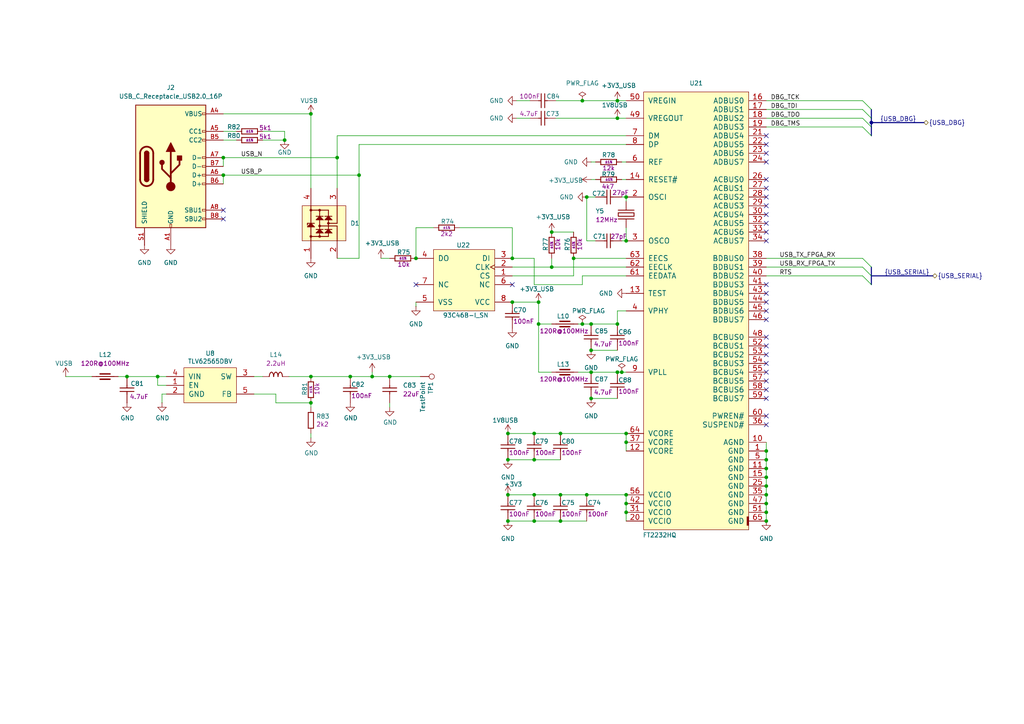
<source format=kicad_sch>
(kicad_sch (version 20250114) (generator "eeschema") (generator_version "9.0")
  (paper "A4")
  (title_block (date "2025-04-18") (rev "${rev}") (company "${name}") (comment 1 "${author}"))
  (bus_alias "USB_DBG" (members "DBG_TCK" "DBG_TDI" "DBG_TDO" "DBG_TMS"))
  (bus_alias "USB_SERIAL" (members "USB_TX_FPGA_RX" "USB_RX_FPGA_TX" "RTS"))
  (junction (at 147.32 125.73))
  (junction (at 154.94 133.35))
  (junction (at 166.37 74.93))
  (junction (at 222.25 135.89))
  (junction (at 90.17 33.02))
  (junction (at 222.25 143.51))
  (junction (at 171.45 115.57))
  (junction (at 181.61 69.85))
  (junction (at 168.91 29.21))
  (junction (at 162.56 143.51))
  (junction (at 113.03 109.22))
  (junction (at 181.61 125.73))
  (junction (at 147.32 143.51))
  (junction (at 148.59 74.93))
  (junction (at 171.45 93.98))
  (junction (at 104.14 50.8))
  (junction (at 171.45 107.95))
  (junction (at 252.73 35.56))
  (junction (at 162.56 151.13))
  (junction (at 90.17 109.22))
  (junction (at 222.25 148.59))
  (junction (at 222.25 151.13))
  (junction (at 222.25 133.35))
  (junction (at 156.21 87.63))
  (junction (at 82.55 40.64))
  (junction (at 222.25 138.43))
  (junction (at 222.25 140.97))
  (junction (at 179.07 29.21))
  (junction (at 170.18 143.51))
  (junction (at 154.94 143.51))
  (junction (at 64.77 45.72))
  (junction (at 107.95 109.22))
  (junction (at 160.02 67.31))
  (junction (at 148.59 87.63))
  (junction (at 171.45 101.6))
  (junction (at 222.25 130.81))
  (junction (at 180.34 107.95))
  (junction (at 97.79 45.72))
  (junction (at 160.02 77.47))
  (junction (at 179.07 34.29))
  (junction (at 156.21 93.98))
  (junction (at 45.72 109.22))
  (junction (at 147.32 133.35))
  (junction (at 101.6 109.22))
  (junction (at 222.25 146.05))
  (junction (at 181.61 143.51))
  (junction (at 168.91 93.98))
  (junction (at 36.83 109.22))
  (junction (at 179.07 93.98))
  (junction (at 90.17 116.84))
  (junction (at 162.56 125.73))
  (junction (at 154.94 125.73))
  (junction (at 170.18 57.15))
  (junction (at 154.94 151.13))
  (junction (at 181.61 128.27))
  (junction (at 181.61 148.59))
  (junction (at 64.77 50.8))
  (junction (at 120.65 74.93))
  (junction (at 147.32 151.13))
  (junction (at 181.61 57.15))
  (junction (at 179.07 107.95))
  (junction (at 181.61 146.05))
  (no_connect (at 222.25 102.87))
  (no_connect (at 222.25 54.61))
  (no_connect (at 222.25 82.55))
  (no_connect (at 222.25 120.65))
  (no_connect (at 222.25 87.63))
  (no_connect (at 222.25 105.41))
  (no_connect (at 222.25 113.03))
  (no_connect (at 222.25 44.45))
  (no_connect (at 222.25 107.95))
  (no_connect (at 222.25 110.49))
  (no_connect (at 222.25 52.07))
  (no_connect (at 222.25 67.31))
  (no_connect (at 222.25 46.99))
  (no_connect (at 222.25 92.71))
  (no_connect (at 222.25 41.91))
  (no_connect (at 222.25 39.37))
  (no_connect (at 120.65 82.55))
  (no_connect (at 222.25 123.19))
  (no_connect (at 222.25 62.23))
  (no_connect (at 64.77 63.5))
  (no_connect (at 222.25 100.33))
  (no_connect (at 64.77 60.96))
  (no_connect (at 222.25 115.57))
  (no_connect (at 222.25 85.09))
  (no_connect (at 222.25 69.85))
  (no_connect (at 222.25 90.17))
  (no_connect (at 222.25 64.77))
  (no_connect (at 148.59 82.55))
  (no_connect (at 222.25 59.69))
  (no_connect (at 222.25 57.15))
  (no_connect (at 222.25 97.79))
  (bus_entry (at 252.73 39.37) (size -2.54 -2.54))
  (bus_entry (at 252.73 36.83) (size -2.54 -2.54))
  (bus_entry (at 250.19 80.01) (size 2.54 2.54))
  (bus_entry (at 250.19 77.47) (size 2.54 2.54))
  (bus_entry (at 250.19 74.93) (size 2.54 2.54))
  (bus_entry (at 252.73 31.75) (size -2.54 -2.54))
  (bus_entry (at 252.73 34.29) (size -2.54 -2.54))
  (wire (pts (xy 148.59 77.47) (xy 160.02 77.47)))
  (wire (pts (xy 167.64 107.95) (xy 171.45 107.95)))
  (wire (pts (xy 181.61 80.01) (xy 168.91 80.01)))
  (wire (pts (xy 181.61 143.51) (xy 181.61 146.05)))
  (wire (pts (xy 168.91 29.21) (xy 179.07 29.21)))
  (wire (pts (xy 181.61 125.73) (xy 181.61 128.27)))
  (wire (pts (xy 80.01 114.3) (xy 73.66 114.3)))
  (wire (pts (xy 179.07 107.95) (xy 180.34 107.95)))
  (wire (pts (xy 180.34 69.85) (xy 181.61 69.85)))
  (wire (pts (xy 179.07 29.21) (xy 181.61 29.21)))
  (wire (pts (xy 181.61 66.04) (xy 181.61 69.85)))
  (wire (pts (xy 222.25 148.59) (xy 222.25 151.13)))
  (wire (pts (xy 90.17 109.22) (xy 101.6 109.22)))
  (wire (pts (xy 180.34 52.07) (xy 181.61 52.07)))
  (wire (pts (xy 162.56 143.51) (xy 170.18 143.51)))
  (wire (pts (xy 222.25 138.43) (xy 222.25 140.97)))
  (wire (pts (xy 76.2 38.1) (xy 82.55 38.1)))
  (wire (pts (xy 161.29 34.29) (xy 179.07 34.29)))
  (wire (pts (xy 222.25 29.21) (xy 250.19 29.21)))
  (wire (pts (xy 161.29 29.21) (xy 168.91 29.21)))
  (wire (pts (xy 154.94 133.35) (xy 162.56 133.35)))
  (wire (pts (xy 34.29 109.22) (xy 36.83 109.22)))
  (wire (pts (xy 172.72 69.85) (xy 170.18 69.85)))
  (wire (pts (xy 160.02 67.31) (xy 166.37 67.31)))
  (wire (pts (xy 64.77 50.8) (xy 64.77 53.34)))
  (wire (pts (xy 222.25 140.97) (xy 222.25 143.51)))
  (wire (pts (xy 97.79 45.72) (xy 97.79 54.61)))
  (wire (pts (xy 125.73 66.04) (xy 120.65 66.04)))
  (wire (pts (xy 168.91 82.55) (xy 154.94 82.55)))
  (wire (pts (xy 82.55 38.1) (xy 82.55 40.64)))
  (bus (pts (xy 252.73 36.83) (xy 252.73 39.37)))
  (wire (pts (xy 73.66 109.22) (xy 76.2 109.22)))
  (wire (pts (xy 171.45 101.6) (xy 179.07 101.6)))
  (wire (pts (xy 120.65 66.04) (xy 120.65 74.93)))
  (wire (pts (xy 222.25 34.29) (xy 250.19 34.29)))
  (wire (pts (xy 97.79 45.72) (xy 64.77 45.72)))
  (wire (pts (xy 104.14 41.91) (xy 104.14 50.8)))
  (wire (pts (xy 45.72 111.76) (xy 45.72 109.22)))
  (wire (pts (xy 147.32 151.13) (xy 154.94 151.13)))
  (wire (pts (xy 147.32 133.35) (xy 154.94 133.35)))
  (wire (pts (xy 154.94 151.13) (xy 162.56 151.13)))
  (wire (pts (xy 166.37 74.93) (xy 166.37 80.01)))
  (wire (pts (xy 171.45 52.07) (xy 172.72 52.07)))
  (wire (pts (xy 181.61 146.05) (xy 181.61 148.59)))
  (wire (pts (xy 160.02 77.47) (xy 181.61 77.47)))
  (wire (pts (xy 90.17 33.02) (xy 64.77 33.02)))
  (wire (pts (xy 179.07 90.17) (xy 179.07 93.98)))
  (wire (pts (xy 148.59 87.63) (xy 156.21 87.63)))
  (wire (pts (xy 97.79 74.93) (xy 104.14 74.93)))
  (wire (pts (xy 170.18 57.15) (xy 172.72 57.15)))
  (wire (pts (xy 222.25 135.89) (xy 222.25 138.43)))
  (wire (pts (xy 170.18 69.85) (xy 170.18 57.15)))
  (wire (pts (xy 166.37 80.01) (xy 148.59 80.01)))
  (wire (pts (xy 149.86 29.21) (xy 153.67 29.21)))
  (wire (pts (xy 181.61 74.93) (xy 166.37 74.93)))
  (wire (pts (xy 110.49 74.93) (xy 113.03 74.93)))
  (wire (pts (xy 222.25 31.75) (xy 250.19 31.75)))
  (wire (pts (xy 133.35 66.04) (xy 148.59 66.04)))
  (wire (pts (xy 19.05 109.22) (xy 26.67 109.22)))
  (wire (pts (xy 156.21 107.95) (xy 156.21 93.98)))
  (wire (pts (xy 36.83 109.22) (xy 45.72 109.22)))
  (wire (pts (xy 168.91 93.98) (xy 171.45 93.98)))
  (wire (pts (xy 147.32 143.51) (xy 154.94 143.51)))
  (wire (pts (xy 45.72 109.22) (xy 48.26 109.22)))
  (wire (pts (xy 222.25 146.05) (xy 222.25 148.59)))
  (wire (pts (xy 181.61 41.91) (xy 104.14 41.91)))
  (wire (pts (xy 104.14 74.93) (xy 104.14 50.8)))
  (wire (pts (xy 171.45 93.98) (xy 179.07 93.98)))
  (bus (pts (xy 252.73 77.47) (xy 252.73 80.01)))
  (wire (pts (xy 160.02 93.98) (xy 156.21 93.98)))
  (wire (pts (xy 148.59 66.04) (xy 148.59 74.93)))
  (wire (pts (xy 180.34 57.15) (xy 181.61 57.15)))
  (wire (pts (xy 162.56 125.73) (xy 181.61 125.73)))
  (wire (pts (xy 170.18 143.51) (xy 181.61 143.51)))
  (bus (pts (xy 252.73 80.01) (xy 252.73 82.55)))
  (wire (pts (xy 113.03 116.84) (xy 113.03 118.11)))
  (wire (pts (xy 222.25 36.83) (xy 250.19 36.83)))
  (wire (pts (xy 107.95 107.95) (xy 107.95 109.22)))
  (wire (pts (xy 46.99 114.3) (xy 46.99 116.84)))
  (wire (pts (xy 80.01 116.84) (xy 80.01 114.3)))
  (wire (pts (xy 181.61 148.59) (xy 181.61 151.13)))
  (wire (pts (xy 171.45 115.57) (xy 179.07 115.57)))
  (bus (pts (xy 252.73 80.01) (xy 270.51 80.01)))
  (wire (pts (xy 97.79 39.37) (xy 97.79 45.72)))
  (wire (pts (xy 149.86 34.29) (xy 153.67 34.29)))
  (wire (pts (xy 113.03 109.22) (xy 121.92 109.22)))
  (wire (pts (xy 181.61 39.37) (xy 97.79 39.37)))
  (wire (pts (xy 222.25 80.01) (xy 250.19 80.01)))
  (wire (pts (xy 156.21 87.63) (xy 156.21 93.98)))
  (wire (pts (xy 180.34 46.99) (xy 181.61 46.99)))
  (wire (pts (xy 48.26 114.3) (xy 46.99 114.3)))
  (wire (pts (xy 154.94 143.51) (xy 162.56 143.51)))
  (wire (pts (xy 83.82 109.22) (xy 90.17 109.22)))
  (wire (pts (xy 168.91 80.01) (xy 168.91 82.55)))
  (wire (pts (xy 120.65 87.63) (xy 120.65 88.9)))
  (wire (pts (xy 90.17 54.61) (xy 90.17 33.02)))
  (wire (pts (xy 162.56 151.13) (xy 170.18 151.13)))
  (wire (pts (xy 181.61 90.17) (xy 179.07 90.17)))
  (wire (pts (xy 222.25 77.47) (xy 250.19 77.47)))
  (wire (pts (xy 101.6 109.22) (xy 107.95 109.22)))
  (wire (pts (xy 222.25 128.27) (xy 222.25 130.81)))
  (wire (pts (xy 154.94 125.73) (xy 162.56 125.73)))
  (wire (pts (xy 181.61 128.27) (xy 181.61 130.81)))
  (wire (pts (xy 167.64 93.98) (xy 168.91 93.98)))
  (bus (pts (xy 252.73 35.56) (xy 252.73 34.29)))
  (wire (pts (xy 179.07 34.29) (xy 181.61 34.29)))
  (wire (pts (xy 160.02 74.93) (xy 160.02 77.47)))
  (wire (pts (xy 64.77 40.64) (xy 68.58 40.64)))
  (wire (pts (xy 90.17 116.84) (xy 90.17 118.11)))
  (wire (pts (xy 171.45 107.95) (xy 179.07 107.95)))
  (wire (pts (xy 90.17 125.73) (xy 90.17 127)))
  (wire (pts (xy 90.17 116.84) (xy 80.01 116.84)))
  (wire (pts (xy 171.45 46.99) (xy 172.72 46.99)))
  (wire (pts (xy 222.25 74.93) (xy 250.19 74.93)))
  (wire (pts (xy 64.77 38.1) (xy 68.58 38.1)))
  (wire (pts (xy 107.95 109.22) (xy 113.03 109.22)))
  (wire (pts (xy 222.25 143.51) (xy 222.25 146.05)))
  (wire (pts (xy 154.94 74.93) (xy 148.59 74.93)))
  (wire (pts (xy 181.61 57.15) (xy 181.61 58.42)))
  (wire (pts (xy 76.2 40.64) (xy 82.55 40.64)))
  (wire (pts (xy 154.94 82.55) (xy 154.94 74.93)))
  (bus (pts (xy 252.73 35.56) (xy 252.73 36.83)))
  (wire (pts (xy 64.77 45.72) (xy 64.77 48.26)))
  (bus (pts (xy 252.73 35.56) (xy 267.97 35.56)))
  (wire (pts (xy 104.14 50.8) (xy 64.77 50.8)))
  (bus (pts (xy 252.73 34.29) (xy 252.73 31.75)))
  (wire (pts (xy 222.25 130.81) (xy 222.25 133.35)))
  (wire (pts (xy 160.02 107.95) (xy 156.21 107.95)))
  (wire (pts (xy 180.34 107.95) (xy 181.61 107.95)))
  (wire (pts (xy 222.25 133.35) (xy 222.25 135.89)))
  (wire (pts (xy 147.32 125.73) (xy 154.94 125.73)))
  (wire (pts (xy 48.26 111.76) (xy 45.72 111.76)))
  (label "USB_RX_FPGA_TX" (at 226.06 77.47 0))
  (label "USB_N" (at 69.85 45.72 0))
  (label "DBG_TCK" (at 223.52 29.21 0))
  (label "{USB_SERIAL}" (at 256.54 80.01 0))
  (label "{USB_DBG}" (at 255.27 35.56 0))
  (label "DBG_TMS" (at 223.52 36.83 0))
  (label "RTS" (at 226.06 80.01 0))
  (label "DBG_TDO" (at 223.52 34.29 0))
  (label "USB_TX_FPGA_RX" (at 226.06 74.93 0))
  (label "USB_P" (at 69.85 50.8 0))
  (label "DBG_TDI" (at 223.52 31.75 0))
  (hierarchical_label "{USB_SERIAL}" (shape bidirectional) (at 270.51 80.01 0))
  (hierarchical_label "{USB_DBG}" (shape bidirectional) (at 267.97 35.56 0))
  (symbol (lib_id "Library_Symbol:CC0402_100NF_50V_10%_X7R") (at 148.59 95.25 90) (unit 1)
    (property "Reference" "C70" (at 148.844 89.916 90) (effects (justify right)))
    (property "Value" "CC0402_100NF_50V_10%_X7R" (effects (hide yes)))
    (property "Footprint" "Footprint:CAPC1005X55N" (effects (hide yes)))
    (property "Datasheet" "\\\\cern.ch\\dfs\\Applications\\Altium\\Datasheets\\CC0402_MURATA_GRM155R71H104KE14D.pdf" (effects (hide yes)))
    (property "Description" "SMD Multilayer Chip Ceramic Capacitor" (effects (hide yes)))
    (property "Val" "100nF" (at 148.844 93.218 90) (effects (justify right)))
    (property "Part Number" "CC0402_100NF_50V_10%_X7R" (effects (hide yes)))
    (property "Library Ref" "Capacitor - non polarized" (effects (hide yes)))
    (property "Library Path" "SchLib\\Capacitors.SchLib" (effects (hide yes)))
    (property "Comment" "100nF" (effects (hide yes)))
    (property "Component Kind" "Standard" (effects (hide yes)))
    (property "Component Type" "Standard" (effects (hide yes)))
    (property "Pin Count" "2" (effects (hide yes)))
    (property "Footprint Path" "PcbLib\\Capacitors SMD.PcbLib" (effects (hide yes)))
    (property "Footprint Ref" "CAPC1005X55N" (effects (hide yes)))
    (property "PackageDescription" " " (effects (hide yes)))
    (property "Status" "None" (effects (hide yes)))
    (property "Status Comment" " " (effects (hide yes)))
    (property "Voltage" "50V" (effects (hide yes)))
    (property "TC" "X7R" (effects (hide yes)))
    (property "Tolerance" "±10%" (effects (hide yes)))
    (property "Part Description" "SMD Multilayer Chip Ceramic Capacitor" (effects (hide yes)))
    (property "Manufacturer" "GENERIC" (effects (hide yes)))
    (property "Manufacturer Part Number" "CC0402_100NF_50V_10%_X7R" (effects (hide yes)))
    (property "Case" "0402" (effects (hide yes)))
    (property "Mounted" "Yes" (effects (hide yes)))
    (property "Socket" "No" (effects (hide yes)))
    (property "SMD" "Yes" (effects (hide yes)))
    (property "PressFit" " " (effects (hide yes)))
    (property "Sense" "No" (effects (hide yes)))
    (property "Sense Comment" " " (effects (hide yes)))
    (property "ComponentHeight" " " (effects (hide yes)))
    (property "Manufacturer1 Example" "MURATA" (effects (hide yes)))
    (property "Manufacturer1 Part Number" "GRM155R71H104KE14D" (effects (hide yes)))
    (property "Manufacturer1 ComponentHeight" "0.55mm" (effects (hide yes)))
    (property "HelpURL" "\\\\cern.ch\\dfs\\Applications\\Altium\\Datasheets\\CC0402_MURATA_GRM155R71H104KE14D.pdf" (effects (hide yes)))
    (property "Author" "CERN DEM MR" (effects (hide yes)))
    (property "CreateDate" "06/30/17 00:00:00" (effects (hide yes)))
    (property "LatestRevisionDate" "06/30/17 00:00:00" (effects (hide yes)))
    (property "Database Table Name" "Capacitors" (effects (hide yes)))
    (property "Library Name" "Capacitors SMD" (effects (hide yes)))
    (property "Footprint Library" "Capacitors SMD" (effects (hide yes)))
    (property "License" "CC-BY-SA 4.0" (effects (hide yes)))
    (property "LCSC" "C110251" (effects (hide yes)))
  )
  (symbol (lib_id "Library_Symbol:GND") (at 120.65 88.9 0) (unit 1)
    (property "Reference" "#PWR082" (effects (hide yes)))
    (property "Value" "GND" (at 120.65 93.98 0))
    (property "Description" "Power symbol creates a global label with name \"GND\" , ground" (effects (hide yes)))
  )
  (symbol (lib_id "Library_Symbol:TestPoint") (at 121.92 109.22 270) (unit 1)
    (property "Reference" "TP1" (at 124.9172 110.6932 0) (effects (justify left)))
    (property "Value" "TestPoint" (at 122.6058 110.6932 0) (effects (justify left)))
    (property "Footprint" "TestPoint:TestPoint_THTPad_D1.5mm_Drill0.7mm" (effects (hide yes)))
  )
  (symbol (lib_id "Library_Symbol:GND") (at 171.45 46.99 270) (unit 1)
    (property "Reference" "#PWR086" (effects (hide yes)))
    (property "Value" "GND" (at 167.64 46.9899 90) (effects (justify right)))
    (property "Description" "Power symbol creates a global label with name \"GND\" , ground" (effects (hide yes)))
  )
  (symbol (lib_id "Library_Symbol:+1V0") (at 147.32 143.51 0) (unit 1)
    (property "Reference" "#PWR096" (effects (hide yes)))
    (property "Value" "+3V3" (at 148.844 140.462 0))
    (property "Description" "Power symbol creates a global label with name \"+1V0\"" (effects (hide yes)))
  )
  (symbol (lib_id "Library_Symbol:CC0402_100NF_50V_10%_X7R") (at 179.07 115.57 90) (unit 1)
    (property "Reference" "C88" (at 179.324 110.236 90) (effects (justify right)))
    (property "Value" "CC0402_100NF_50V_10%_X7R" (effects (hide yes)))
    (property "Footprint" "Footprint:CAPC1005X55N" (effects (hide yes)))
    (property "Datasheet" "\\\\cern.ch\\dfs\\Applications\\Altium\\Datasheets\\CC0402_MURATA_GRM155R71H104KE14D.pdf" (effects (hide yes)))
    (property "Description" "SMD Multilayer Chip Ceramic Capacitor" (effects (hide yes)))
    (property "Val" "100nF" (at 179.324 113.538 90) (effects (justify right)))
    (property "Part Number" "CC0402_100NF_50V_10%_X7R" (effects (hide yes)))
    (property "Library Ref" "Capacitor - non polarized" (effects (hide yes)))
    (property "Library Path" "SchLib\\Capacitors.SchLib" (effects (hide yes)))
    (property "Comment" "100nF" (effects (hide yes)))
    (property "Component Kind" "Standard" (effects (hide yes)))
    (property "Component Type" "Standard" (effects (hide yes)))
    (property "Pin Count" "2" (effects (hide yes)))
    (property "Footprint Path" "PcbLib\\Capacitors SMD.PcbLib" (effects (hide yes)))
    (property "Footprint Ref" "CAPC1005X55N" (effects (hide yes)))
    (property "PackageDescription" " " (effects (hide yes)))
    (property "Status" "None" (effects (hide yes)))
    (property "Status Comment" " " (effects (hide yes)))
    (property "Voltage" "50V" (effects (hide yes)))
    (property "TC" "X7R" (effects (hide yes)))
    (property "Tolerance" "±10%" (effects (hide yes)))
    (property "Part Description" "SMD Multilayer Chip Ceramic Capacitor" (effects (hide yes)))
    (property "Manufacturer" "GENERIC" (effects (hide yes)))
    (property "Manufacturer Part Number" "CC0402_100NF_50V_10%_X7R" (effects (hide yes)))
    (property "Case" "0402" (effects (hide yes)))
    (property "Mounted" "Yes" (effects (hide yes)))
    (property "Socket" "No" (effects (hide yes)))
    (property "SMD" "Yes" (effects (hide yes)))
    (property "PressFit" " " (effects (hide yes)))
    (property "Sense" "No" (effects (hide yes)))
    (property "Sense Comment" " " (effects (hide yes)))
    (property "ComponentHeight" " " (effects (hide yes)))
    (property "Manufacturer1 Example" "MURATA" (effects (hide yes)))
    (property "Manufacturer1 Part Number" "GRM155R71H104KE14D" (effects (hide yes)))
    (property "Manufacturer1 ComponentHeight" "0.55mm" (effects (hide yes)))
    (property "HelpURL" "\\\\cern.ch\\dfs\\Applications\\Altium\\Datasheets\\CC0402_MURATA_GRM155R71H104KE14D.pdf" (effects (hide yes)))
    (property "Author" "CERN DEM MR" (effects (hide yes)))
    (property "CreateDate" "06/30/17 00:00:00" (effects (hide yes)))
    (property "LatestRevisionDate" "06/30/17 00:00:00" (effects (hide yes)))
    (property "Database Table Name" "Capacitors" (effects (hide yes)))
    (property "Library Name" "Capacitors SMD" (effects (hide yes)))
    (property "Footprint Library" "Capacitors SMD" (effects (hide yes)))
    (property "License" "CC-BY-SA 4.0" (effects (hide yes)))
    (property "LCSC" "C110251" (effects (hide yes)))
  )
  (symbol (lib_id "Library_Symbol:GND") (at 181.61 85.09 270) (unit 1)
    (property "Reference" "#PWR088" (effects (hide yes)))
    (property "Value" "GND" (at 177.8 85.0899 90) (effects (justify right)))
    (property "Description" "Power symbol creates a global label with name \"GND\" , ground" (effects (hide yes)))
  )
  (symbol (lib_id "Library_Symbol:CC0402_100NF_50V_10%_X7R") (at 154.94 151.13 90) (unit 1)
    (property "Reference" "C76" (at 155.194 145.796 90) (effects (justify right)))
    (property "Value" "CC0402_100NF_50V_10%_X7R" (effects (hide yes)))
    (property "Footprint" "Footprint:CAPC1005X55N" (effects (hide yes)))
    (property "Datasheet" "\\\\cern.ch\\dfs\\Applications\\Altium\\Datasheets\\CC0402_MURATA_GRM155R71H104KE14D.pdf" (effects (hide yes)))
    (property "Description" "SMD Multilayer Chip Ceramic Capacitor" (effects (hide yes)))
    (property "Val" "100nF" (at 155.194 149.098 90) (effects (justify right)))
    (property "Part Number" "CC0402_100NF_50V_10%_X7R" (effects (hide yes)))
    (property "Library Ref" "Capacitor - non polarized" (effects (hide yes)))
    (property "Library Path" "SchLib\\Capacitors.SchLib" (effects (hide yes)))
    (property "Comment" "100nF" (effects (hide yes)))
    (property "Component Kind" "Standard" (effects (hide yes)))
    (property "Component Type" "Standard" (effects (hide yes)))
    (property "Pin Count" "2" (effects (hide yes)))
    (property "Footprint Path" "PcbLib\\Capacitors SMD.PcbLib" (effects (hide yes)))
    (property "Footprint Ref" "CAPC1005X55N" (effects (hide yes)))
    (property "PackageDescription" " " (effects (hide yes)))
    (property "Status" "None" (effects (hide yes)))
    (property "Status Comment" " " (effects (hide yes)))
    (property "Voltage" "50V" (effects (hide yes)))
    (property "TC" "X7R" (effects (hide yes)))
    (property "Tolerance" "±10%" (effects (hide yes)))
    (property "Part Description" "SMD Multilayer Chip Ceramic Capacitor" (effects (hide yes)))
    (property "Manufacturer" "GENERIC" (effects (hide yes)))
    (property "Manufacturer Part Number" "CC0402_100NF_50V_10%_X7R" (effects (hide yes)))
    (property "Case" "0402" (effects (hide yes)))
    (property "Mounted" "Yes" (effects (hide yes)))
    (property "Socket" "No" (effects (hide yes)))
    (property "SMD" "Yes" (effects (hide yes)))
    (property "PressFit" " " (effects (hide yes)))
    (property "Sense" "No" (effects (hide yes)))
    (property "Sense Comment" " " (effects (hide yes)))
    (property "ComponentHeight" " " (effects (hide yes)))
    (property "Manufacturer1 Example" "MURATA" (effects (hide yes)))
    (property "Manufacturer1 Part Number" "GRM155R71H104KE14D" (effects (hide yes)))
    (property "Manufacturer1 ComponentHeight" "0.55mm" (effects (hide yes)))
    (property "HelpURL" "\\\\cern.ch\\dfs\\Applications\\Altium\\Datasheets\\CC0402_MURATA_GRM155R71H104KE14D.pdf" (effects (hide yes)))
    (property "Author" "CERN DEM MR" (effects (hide yes)))
    (property "CreateDate" "06/30/17 00:00:00" (effects (hide yes)))
    (property "LatestRevisionDate" "06/30/17 00:00:00" (effects (hide yes)))
    (property "Database Table Name" "Capacitors" (effects (hide yes)))
    (property "Library Name" "Capacitors SMD" (effects (hide yes)))
    (property "Footprint Library" "Capacitors SMD" (effects (hide yes)))
    (property "License" "CC-BY-SA 4.0" (effects (hide yes)))
    (property "LCSC" "C110251" (effects (hide yes)))
  )
  (symbol (lib_id "Library_Symbol:CC0402_100NF_50V_10%_X7R") (at 147.32 133.35 90) (unit 1)
    (property "Reference" "C78" (at 147.574 128.016 90) (effects (justify right)))
    (property "Value" "CC0402_100NF_50V_10%_X7R" (effects (hide yes)))
    (property "Footprint" "Footprint:CAPC1005X55N" (effects (hide yes)))
    (property "Datasheet" "\\\\cern.ch\\dfs\\Applications\\Altium\\Datasheets\\CC0402_MURATA_GRM155R71H104KE14D.pdf" (effects (hide yes)))
    (property "Description" "SMD Multilayer Chip Ceramic Capacitor" (effects (hide yes)))
    (property "Val" "100nF" (at 147.574 131.318 90) (effects (justify right)))
    (property "Part Number" "CC0402_100NF_50V_10%_X7R" (effects (hide yes)))
    (property "Library Ref" "Capacitor - non polarized" (effects (hide yes)))
    (property "Library Path" "SchLib\\Capacitors.SchLib" (effects (hide yes)))
    (property "Comment" "100nF" (effects (hide yes)))
    (property "Component Kind" "Standard" (effects (hide yes)))
    (property "Component Type" "Standard" (effects (hide yes)))
    (property "Pin Count" "2" (effects (hide yes)))
    (property "Footprint Path" "PcbLib\\Capacitors SMD.PcbLib" (effects (hide yes)))
    (property "Footprint Ref" "CAPC1005X55N" (effects (hide yes)))
    (property "PackageDescription" " " (effects (hide yes)))
    (property "Status" "None" (effects (hide yes)))
    (property "Status Comment" " " (effects (hide yes)))
    (property "Voltage" "50V" (effects (hide yes)))
    (property "TC" "X7R" (effects (hide yes)))
    (property "Tolerance" "±10%" (effects (hide yes)))
    (property "Part Description" "SMD Multilayer Chip Ceramic Capacitor" (effects (hide yes)))
    (property "Manufacturer" "GENERIC" (effects (hide yes)))
    (property "Manufacturer Part Number" "CC0402_100NF_50V_10%_X7R" (effects (hide yes)))
    (property "Case" "0402" (effects (hide yes)))
    (property "Mounted" "Yes" (effects (hide yes)))
    (property "Socket" "No" (effects (hide yes)))
    (property "SMD" "Yes" (effects (hide yes)))
    (property "PressFit" " " (effects (hide yes)))
    (property "Sense" "No" (effects (hide yes)))
    (property "Sense Comment" " " (effects (hide yes)))
    (property "ComponentHeight" " " (effects (hide yes)))
    (property "Manufacturer1 Example" "MURATA" (effects (hide yes)))
    (property "Manufacturer1 Part Number" "GRM155R71H104KE14D" (effects (hide yes)))
    (property "Manufacturer1 ComponentHeight" "0.55mm" (effects (hide yes)))
    (property "HelpURL" "\\\\cern.ch\\dfs\\Applications\\Altium\\Datasheets\\CC0402_MURATA_GRM155R71H104KE14D.pdf" (effects (hide yes)))
    (property "Author" "CERN DEM MR" (effects (hide yes)))
    (property "CreateDate" "06/30/17 00:00:00" (effects (hide yes)))
    (property "LatestRevisionDate" "06/30/17 00:00:00" (effects (hide yes)))
    (property "Database Table Name" "Capacitors" (effects (hide yes)))
    (property "Library Name" "Capacitors SMD" (effects (hide yes)))
    (property "Footprint Library" "Capacitors SMD" (effects (hide yes)))
    (property "License" "CC-BY-SA 4.0" (effects (hide yes)))
    (property "LCSC" "C110251" (effects (hide yes)))
  )
  (symbol (lib_id "Library_Symbol:CC0402_100NF_50V_10%_X7R") (at 147.32 151.13 90) (unit 1)
    (property "Reference" "C77" (at 147.574 145.796 90) (effects (justify right)))
    (property "Value" "CC0402_100NF_50V_10%_X7R" (effects (hide yes)))
    (property "Footprint" "Footprint:CAPC1005X55N" (effects (hide yes)))
    (property "Datasheet" "\\\\cern.ch\\dfs\\Applications\\Altium\\Datasheets\\CC0402_MURATA_GRM155R71H104KE14D.pdf" (effects (hide yes)))
    (property "Description" "SMD Multilayer Chip Ceramic Capacitor" (effects (hide yes)))
    (property "Val" "100nF" (at 147.574 149.098 90) (effects (justify right)))
    (property "Part Number" "CC0402_100NF_50V_10%_X7R" (effects (hide yes)))
    (property "Library Ref" "Capacitor - non polarized" (effects (hide yes)))
    (property "Library Path" "SchLib\\Capacitors.SchLib" (effects (hide yes)))
    (property "Comment" "100nF" (effects (hide yes)))
    (property "Component Kind" "Standard" (effects (hide yes)))
    (property "Component Type" "Standard" (effects (hide yes)))
    (property "Pin Count" "2" (effects (hide yes)))
    (property "Footprint Path" "PcbLib\\Capacitors SMD.PcbLib" (effects (hide yes)))
    (property "Footprint Ref" "CAPC1005X55N" (effects (hide yes)))
    (property "PackageDescription" " " (effects (hide yes)))
    (property "Status" "None" (effects (hide yes)))
    (property "Status Comment" " " (effects (hide yes)))
    (property "Voltage" "50V" (effects (hide yes)))
    (property "TC" "X7R" (effects (hide yes)))
    (property "Tolerance" "±10%" (effects (hide yes)))
    (property "Part Description" "SMD Multilayer Chip Ceramic Capacitor" (effects (hide yes)))
    (property "Manufacturer" "GENERIC" (effects (hide yes)))
    (property "Manufacturer Part Number" "CC0402_100NF_50V_10%_X7R" (effects (hide yes)))
    (property "Case" "0402" (effects (hide yes)))
    (property "Mounted" "Yes" (effects (hide yes)))
    (property "Socket" "No" (effects (hide yes)))
    (property "SMD" "Yes" (effects (hide yes)))
    (property "PressFit" " " (effects (hide yes)))
    (property "Sense" "No" (effects (hide yes)))
    (property "Sense Comment" " " (effects (hide yes)))
    (property "ComponentHeight" " " (effects (hide yes)))
    (property "Manufacturer1 Example" "MURATA" (effects (hide yes)))
    (property "Manufacturer1 Part Number" "GRM155R71H104KE14D" (effects (hide yes)))
    (property "Manufacturer1 ComponentHeight" "0.55mm" (effects (hide yes)))
    (property "HelpURL" "\\\\cern.ch\\dfs\\Applications\\Altium\\Datasheets\\CC0402_MURATA_GRM155R71H104KE14D.pdf" (effects (hide yes)))
    (property "Author" "CERN DEM MR" (effects (hide yes)))
    (property "CreateDate" "06/30/17 00:00:00" (effects (hide yes)))
    (property "LatestRevisionDate" "06/30/17 00:00:00" (effects (hide yes)))
    (property "Database Table Name" "Capacitors" (effects (hide yes)))
    (property "Library Name" "Capacitors SMD" (effects (hide yes)))
    (property "Footprint Library" "Capacitors SMD" (effects (hide yes)))
    (property "License" "CC-BY-SA 4.0" (effects (hide yes)))
    (property "LCSC" "C110251" (effects (hide yes)))
  )
  (symbol (lib_id "Library_Symbol:CC0402_27PF_50V_5%_C0G") (at 180.34 57.15 180) (unit 1)
    (property "Reference" "C72" (at 171.704 56.134 0) (effects (justify right)))
    (property "Value" "CC0402_27PF_50V_5%_C0G" (effects (hide yes)))
    (property "Footprint" "Footprint:CAPC1005X55N" (effects (hide yes)))
    (property "Datasheet" "\\\\cern.ch\\dfs\\Applications\\Altium\\Datasheets\\CC0402_C0G_KEMET_(Commercial Grade).pdf" (effects (hide yes)))
    (property "Description" "SMD Multilayer Chip Ceramic Capacitor" (effects (hide yes)))
    (property "Val" "27pF" (at 177.546 55.88 0) (effects (justify right)))
    (property "Part Number" "CC0402_27PF_50V_5%_C0G" (effects (hide yes)))
    (property "Library Ref" "Capacitor - non polarized" (effects (hide yes)))
    (property "Library Path" "SchLib\\Capacitors.SchLib" (effects (hide yes)))
    (property "Comment" "27pF" (effects (hide yes)))
    (property "Component Kind" "Standard" (effects (hide yes)))
    (property "Component Type" "Standard" (effects (hide yes)))
    (property "Pin Count" "2" (effects (hide yes)))
    (property "Footprint Path" "PcbLib\\Capacitors SMD.PcbLib" (effects (hide yes)))
    (property "Footprint Ref" "CAPC1005X55N" (effects (hide yes)))
    (property "PackageDescription" " " (effects (hide yes)))
    (property "Status" "Preferred" (effects (hide yes)))
    (property "Status Comment" " " (effects (hide yes)))
    (property "Voltage" "50V" (effects (hide yes)))
    (property "TC" "C0G/NP0" (effects (hide yes)))
    (property "Tolerance" "±5%" (effects (hide yes)))
    (property "Part Description" "SMD Multilayer Chip Ceramic Capacitor" (effects (hide yes)))
    (property "Manufacturer" "GENERIC" (effects (hide yes)))
    (property "Manufacturer Part Number" "CC0402_27PF_50V_5%_C0G" (effects (hide yes)))
    (property "Case" "0402" (effects (hide yes)))
    (property "Mounted" "Yes" (effects (hide yes)))
    (property "Socket" "No" (effects (hide yes)))
    (property "SMD" "Yes" (effects (hide yes)))
    (property "PressFit" " " (effects (hide yes)))
    (property "Sense" "No" (effects (hide yes)))
    (property "Sense Comment" " " (effects (hide yes)))
    (property "ComponentHeight" " " (effects (hide yes)))
    (property "Manufacturer1 Example" "KEMET" (effects (hide yes)))
    (property "Manufacturer1 Part Number" "C0402C270J5GACTU" (effects (hide yes)))
    (property "Manufacturer1 ComponentHeight" "0.55mm" (effects (hide yes)))
    (property "HelpURL" "\\\\cern.ch\\dfs\\Applications\\Altium\\Datasheets\\CC0402_C0G_KEMET_(Commercial Grade).pdf" (effects (hide yes)))
    (property "Author" "CERN DEM JLC" (effects (hide yes)))
    (property "CreateDate" "10/25/12 00:00:00" (effects (hide yes)))
    (property "LatestRevisionDate" "04/22/15 00:00:00" (effects (hide yes)))
    (property "Database Table Name" "Capacitors" (effects (hide yes)))
    (property "Library Name" "Capacitors SMD" (effects (hide yes)))
    (property "Footprint Library" "Capacitors SMD" (effects (hide yes)))
    (property "License" "CC-BY-SA 4.0" (effects (hide yes)))
    (property "LCSC" "C1557" (effects (hide yes)))
  )
  (symbol (lib_id "Library_Symbol:GND") (at 41.91 71.12 0) (unit 1)
    (property "Reference" "#PWR090" (effects (hide yes)))
    (property "Value" "GND" (at 41.91 76.2 0))
    (property "Description" "Power symbol creates a global label with name \"GND\" , ground" (effects (hide yes)))
  )
  (symbol (lib_id "Library_Symbol:CC0402_100NF_50V_10%_X7R") (at 101.6 116.84 90) (unit 1)
    (property "Reference" "C82" (at 101.854 111.506 90) (effects (justify right)))
    (property "Value" "CC0402_100NF_50V_10%_X7R" (effects (hide yes)))
    (property "Footprint" "Footprint:CAPC1005X55N" (effects (hide yes)))
    (property "Datasheet" "\\\\cern.ch\\dfs\\Applications\\Altium\\Datasheets\\CC0402_MURATA_GRM155R71H104KE14D.pdf" (effects (hide yes)))
    (property "Description" "SMD Multilayer Chip Ceramic Capacitor" (effects (hide yes)))
    (property "Val" "100nF" (at 101.854 114.808 90) (effects (justify right)))
    (property "Part Number" "CC0402_100NF_50V_10%_X7R" (effects (hide yes)))
    (property "Library Ref" "Capacitor - non polarized" (effects (hide yes)))
    (property "Library Path" "SchLib\\Capacitors.SchLib" (effects (hide yes)))
    (property "Comment" "100nF" (effects (hide yes)))
    (property "Component Kind" "Standard" (effects (hide yes)))
    (property "Component Type" "Standard" (effects (hide yes)))
    (property "Pin Count" "2" (effects (hide yes)))
    (property "Footprint Path" "PcbLib\\Capacitors SMD.PcbLib" (effects (hide yes)))
    (property "Footprint Ref" "CAPC1005X55N" (effects (hide yes)))
    (property "PackageDescription" " " (effects (hide yes)))
    (property "Status" "None" (effects (hide yes)))
    (property "Status Comment" " " (effects (hide yes)))
    (property "Voltage" "50V" (effects (hide yes)))
    (property "TC" "X7R" (effects (hide yes)))
    (property "Tolerance" "±10%" (effects (hide yes)))
    (property "Part Description" "SMD Multilayer Chip Ceramic Capacitor" (effects (hide yes)))
    (property "Manufacturer" "GENERIC" (effects (hide yes)))
    (property "Manufacturer Part Number" "CC0402_100NF_50V_10%_X7R" (effects (hide yes)))
    (property "Case" "0402" (effects (hide yes)))
    (property "Mounted" "Yes" (effects (hide yes)))
    (property "Socket" "No" (effects (hide yes)))
    (property "SMD" "Yes" (effects (hide yes)))
    (property "PressFit" " " (effects (hide yes)))
    (property "Sense" "No" (effects (hide yes)))
    (property "Sense Comment" " " (effects (hide yes)))
    (property "ComponentHeight" " " (effects (hide yes)))
    (property "Manufacturer1 Example" "MURATA" (effects (hide yes)))
    (property "Manufacturer1 Part Number" "GRM155R71H104KE14D" (effects (hide yes)))
    (property "Manufacturer1 ComponentHeight" "0.55mm" (effects (hide yes)))
    (property "HelpURL" "\\\\cern.ch\\dfs\\Applications\\Altium\\Datasheets\\CC0402_MURATA_GRM155R71H104KE14D.pdf" (effects (hide yes)))
    (property "Author" "CERN DEM MR" (effects (hide yes)))
    (property "CreateDate" "06/30/17 00:00:00" (effects (hide yes)))
    (property "LatestRevisionDate" "06/30/17 00:00:00" (effects (hide yes)))
    (property "Database Table Name" "Capacitors" (effects (hide yes)))
    (property "Library Name" "Capacitors SMD" (effects (hide yes)))
    (property "Footprint Library" "Capacitors SMD" (effects (hide yes)))
    (property "License" "CC-BY-SA 4.0" (effects (hide yes)))
    (property "LCSC" "C110251" (effects (hide yes)))
  )
  (symbol (lib_id "Library_Symbol:GND") (at 170.18 57.15 270) (unit 1)
    (property "Reference" "#PWR085" (effects (hide yes)))
    (property "Value" "GND" (at 166.37 57.1499 90) (effects (justify right)))
    (property "Description" "Power symbol creates a global label with name \"GND\" , ground" (effects (hide yes)))
  )
  (symbol (lib_id "Library_Symbol:R0402_10K_1%_0.0625W_100PPM") (at 113.03 74.93 0) (unit 1)
    (property "Reference" "R75" (at 117.094 73.152 0))
    (property "Value" "R0402_10K_1%_0.0625W_100PPM" (effects (hide yes)))
    (property "Footprint" "Footprint:RESC1005X40N" (effects (hide yes)))
    (property "Datasheet" "\\\\cern.ch\\dfs\\Applications\\Altium\\Datasheets\\R0402_Phycomp_RC0402.pdf" (effects (hide yes)))
    (property "Description" "General Purpose Thick Film Chip Resistor" (effects (hide yes)))
    (property "Tolerance" "±1%" (at 116.84 74.93 0) (effects (font (size 0.635 0.635))))
    (property "Val" "10k" (at 117.094 76.708 0))
    (property "Part Number" "R0402_10K_1%_0.0625W_100PPM" (effects (hide yes)))
    (property "Library Ref" "Resistor - 1%" (effects (hide yes)))
    (property "Library Path" "SchLib\\Resistors.SchLib" (effects (hide yes)))
    (property "Comment" "10k" (effects (hide yes)))
    (property "Component Kind" "Standard" (effects (hide yes)))
    (property "Component Type" "Standard" (effects (hide yes)))
    (property "PackageDescription" " " (effects (hide yes)))
    (property "Pin Count" "2" (effects (hide yes)))
    (property "Footprint Path" "PcbLib\\Resistors SMD.PcbLib" (effects (hide yes)))
    (property "Footprint Ref" "RESC1005X40N" (effects (hide yes)))
    (property "Status" "Not Recommended" (effects (hide yes)))
    (property "Power" "0.0625W" (effects (hide yes)))
    (property "TC" "±100ppm/°C" (effects (hide yes)))
    (property "Voltage" " " (effects (hide yes)))
    (property "Part Description" "General Purpose Thick Film Chip Resistor" (effects (hide yes)))
    (property "Manufacturer" "GENERIC" (effects (hide yes)))
    (property "Manufacturer Part Number" "R0402_10K_1%_0.0625W_100PPM" (effects (hide yes)))
    (property "Case" "0402" (effects (hide yes)))
    (property "PressFit" "No" (effects (hide yes)))
    (property "Mounted" "Yes" (effects (hide yes)))
    (property "Sense Comment" " " (effects (hide yes)))
    (property "Sense" "No" (effects (hide yes)))
    (property "Status Comment" " " (effects (hide yes)))
    (property "Socket" "No" (effects (hide yes)))
    (property "SMD" "Yes" (effects (hide yes)))
    (property "ComponentHeight" " " (effects (hide yes)))
    (property "Manufacturer1 Example" "YAGEO PHYCOMP" (effects (hide yes)))
    (property "Manufacturer1 Part Number" "232270671003L" (effects (hide yes)))
    (property "Manufacturer1 ComponentHeight" "0.4mm" (effects (hide yes)))
    (property "HelpURL" "\\\\cern.ch\\dfs\\Applications\\Altium\\Datasheets\\R0402_Phycomp_RC0402.pdf" (effects (hide yes)))
    (property "Author" "CERN DEM JLC" (effects (hide yes)))
    (property "CreateDate" "12/03/07 00:00:00" (effects (hide yes)))
    (property "LatestRevisionDate" "10/17/12 00:00:00" (effects (hide yes)))
    (property "Database Table Name" "Resistors" (effects (hide yes)))
    (property "Library Name" "Resistors SMD" (effects (hide yes)))
    (property "Footprint Library" "Resistors SMD" (effects (hide yes)))
    (property "License" "CC-BY-SA 4.0" (effects (hide yes)))
    (property "LCSC" "C60490" (effects (hide yes)))
  )
  (symbol (lib_id "Library_Symbol:PWR_FLAG") (at 180.34 107.95 0) (unit 1)
    (property "Reference" "#FLG06" (effects (hide yes)))
    (property "Value" "PWR_FLAG" (at 180.34 104.14 0))
    (property "Description" "Special symbol for telling ERC where power comes from" (effects (hide yes)))
  )
  (symbol (lib_id "Library_Symbol:GND") (at 147.32 151.13 0) (unit 1)
    (property "Reference" "#PWR094" (effects (hide yes)))
    (property "Value" "GND" (at 147.32 156.21 0))
    (property "Description" "Power symbol creates a global label with name \"GND\" , ground" (effects (hide yes)))
  )
  (symbol (lib_id "Library_Symbol:CC0402_27PF_50V_5%_C0G") (at 180.34 69.85 180) (unit 1)
    (property "Reference" "C71" (at 171.958 68.58 0) (effects (justify right)))
    (property "Value" "CC0402_27PF_50V_5%_C0G" (effects (hide yes)))
    (property "Footprint" "Footprint:CAPC1005X55N" (effects (hide yes)))
    (property "Datasheet" "\\\\cern.ch\\dfs\\Applications\\Altium\\Datasheets\\CC0402_C0G_KEMET_(Commercial Grade).pdf" (effects (hide yes)))
    (property "Description" "SMD Multilayer Chip Ceramic Capacitor" (effects (hide yes)))
    (property "Val" "27pF" (at 177.038 68.58 0) (effects (justify right)))
    (property "Part Number" "CC0402_27PF_50V_5%_C0G" (effects (hide yes)))
    (property "Library Ref" "Capacitor - non polarized" (effects (hide yes)))
    (property "Library Path" "SchLib\\Capacitors.SchLib" (effects (hide yes)))
    (property "Comment" "27pF" (effects (hide yes)))
    (property "Component Kind" "Standard" (effects (hide yes)))
    (property "Component Type" "Standard" (effects (hide yes)))
    (property "Pin Count" "2" (effects (hide yes)))
    (property "Footprint Path" "PcbLib\\Capacitors SMD.PcbLib" (effects (hide yes)))
    (property "Footprint Ref" "CAPC1005X55N" (effects (hide yes)))
    (property "PackageDescription" " " (effects (hide yes)))
    (property "Status" "Preferred" (effects (hide yes)))
    (property "Status Comment" " " (effects (hide yes)))
    (property "Voltage" "50V" (effects (hide yes)))
    (property "TC" "C0G/NP0" (effects (hide yes)))
    (property "Tolerance" "±5%" (effects (hide yes)))
    (property "Part Description" "SMD Multilayer Chip Ceramic Capacitor" (effects (hide yes)))
    (property "Manufacturer" "GENERIC" (effects (hide yes)))
    (property "Manufacturer Part Number" "CC0402_27PF_50V_5%_C0G" (effects (hide yes)))
    (property "Case" "0402" (effects (hide yes)))
    (property "Mounted" "Yes" (effects (hide yes)))
    (property "Socket" "No" (effects (hide yes)))
    (property "SMD" "Yes" (effects (hide yes)))
    (property "PressFit" " " (effects (hide yes)))
    (property "Sense" "No" (effects (hide yes)))
    (property "Sense Comment" " " (effects (hide yes)))
    (property "ComponentHeight" " " (effects (hide yes)))
    (property "Manufacturer1 Example" "KEMET" (effects (hide yes)))
    (property "Manufacturer1 Part Number" "C0402C270J5GACTU" (effects (hide yes)))
    (property "Manufacturer1 ComponentHeight" "0.55mm" (effects (hide yes)))
    (property "HelpURL" "\\\\cern.ch\\dfs\\Applications\\Altium\\Datasheets\\CC0402_C0G_KEMET_(Commercial Grade).pdf" (effects (hide yes)))
    (property "Author" "CERN DEM JLC" (effects (hide yes)))
    (property "CreateDate" "10/25/12 00:00:00" (effects (hide yes)))
    (property "LatestRevisionDate" "04/22/15 00:00:00" (effects (hide yes)))
    (property "Database Table Name" "Capacitors" (effects (hide yes)))
    (property "Library Name" "Capacitors SMD" (effects (hide yes)))
    (property "Footprint Library" "Capacitors SMD" (effects (hide yes)))
    (property "License" "CC-BY-SA 4.0" (effects (hide yes)))
    (property "LCSC" "C1557" (effects (hide yes)))
  )
  (symbol (lib_id "Library_Symbol:GND") (at 46.99 116.84 0) (unit 1)
    (property "Reference" "#PWR0101" (effects (hide yes)))
    (property "Value" "GND" (at 47.117 121.2342 0))
  )
  (symbol (lib_id "Library_Symbol:+3V3_USB") (at 160.02 67.31 0) (unit 1)
    (property "Reference" "#PWR084" (effects (hide yes)))
    (property "Value" "+3V3_USB" (at 160.401 62.9158 0))
  )
  (symbol (lib_id "Library_Symbol:GND") (at 171.45 101.6 0) (unit 1)
    (property "Reference" "#PWR0110" (effects (hide yes)))
    (property "Value" "GND" (at 171.45 106.68 0))
    (property "Description" "Power symbol creates a global label with name \"GND\" , ground" (effects (hide yes)))
  )
  (symbol (lib_id "Library_Symbol:GND") (at 49.53 71.12 0) (unit 1)
    (property "Reference" "#PWR089" (effects (hide yes)))
    (property "Value" "GND" (at 49.53 76.2 0))
    (property "Description" "Power symbol creates a global label with name \"GND\" , ground" (effects (hide yes)))
  )
  (symbol (lib_id "Library_Symbol:R0402_10K_1%_0.0625W_100PPM") (at 90.17 116.84 90) (unit 1)
    (property "Reference" "R81" (at 88.392 112.776 0))
    (property "Value" "R0402_10K_1%_0.0625W_100PPM" (effects (hide yes)))
    (property "Footprint" "Footprint:RESC1005X40N" (effects (hide yes)))
    (property "Datasheet" "\\\\cern.ch\\dfs\\Applications\\Altium\\Datasheets\\R0402_Phycomp_RC0402.pdf" (effects (hide yes)))
    (property "Description" "General Purpose Thick Film Chip Resistor" (effects (hide yes)))
    (property "Tolerance" "±1%" (at 90.17 113.03 0) (effects (font (size 0.635 0.635))))
    (property "Val" "10k" (at 91.948 112.776 0))
    (property "Part Number" "R0402_10K_1%_0.0625W_100PPM" (effects (hide yes)))
    (property "Library Ref" "Resistor - 1%" (effects (hide yes)))
    (property "Library Path" "SchLib\\Resistors.SchLib" (effects (hide yes)))
    (property "Comment" "10k" (effects (hide yes)))
    (property "Component Kind" "Standard" (effects (hide yes)))
    (property "Component Type" "Standard" (effects (hide yes)))
    (property "PackageDescription" " " (effects (hide yes)))
    (property "Pin Count" "2" (effects (hide yes)))
    (property "Footprint Path" "PcbLib\\Resistors SMD.PcbLib" (effects (hide yes)))
    (property "Footprint Ref" "RESC1005X40N" (effects (hide yes)))
    (property "Status" "Not Recommended" (effects (hide yes)))
    (property "Power" "0.0625W" (effects (hide yes)))
    (property "TC" "±100ppm/°C" (effects (hide yes)))
    (property "Voltage" " " (effects (hide yes)))
    (property "Part Description" "General Purpose Thick Film Chip Resistor" (effects (hide yes)))
    (property "Manufacturer" "GENERIC" (effects (hide yes)))
    (property "Manufacturer Part Number" "R0402_10K_1%_0.0625W_100PPM" (effects (hide yes)))
    (property "Case" "0402" (effects (hide yes)))
    (property "PressFit" "No" (effects (hide yes)))
    (property "Mounted" "Yes" (effects (hide yes)))
    (property "Sense Comment" " " (effects (hide yes)))
    (property "Sense" "No" (effects (hide yes)))
    (property "Status Comment" " " (effects (hide yes)))
    (property "Socket" "No" (effects (hide yes)))
    (property "SMD" "Yes" (effects (hide yes)))
    (property "ComponentHeight" " " (effects (hide yes)))
    (property "Manufacturer1 Example" "YAGEO PHYCOMP" (effects (hide yes)))
    (property "Manufacturer1 Part Number" "232270671003L" (effects (hide yes)))
    (property "Manufacturer1 ComponentHeight" "0.4mm" (effects (hide yes)))
    (property "HelpURL" "\\\\cern.ch\\dfs\\Applications\\Altium\\Datasheets\\R0402_Phycomp_RC0402.pdf" (effects (hide yes)))
    (property "Author" "CERN DEM JLC" (effects (hide yes)))
    (property "CreateDate" "12/03/07 00:00:00" (effects (hide yes)))
    (property "LatestRevisionDate" "10/17/12 00:00:00" (effects (hide yes)))
    (property "Database Table Name" "Resistors" (effects (hide yes)))
    (property "Library Name" "Resistors SMD" (effects (hide yes)))
    (property "Footprint Library" "Resistors SMD" (effects (hide yes)))
    (property "License" "CC-BY-SA 4.0" (effects (hide yes)))
    (property "LCSC" "C60490" (effects (hide yes)))
  )
  (symbol (lib_id "Library_Symbol:GND") (at 222.25 151.13 0) (unit 1)
    (property "Reference" "#PWR0111" (effects (hide yes)))
    (property "Value" "GND" (at 222.25 156.21 0))
    (property "Description" "Power symbol creates a global label with name \"GND\" , ground" (effects (hide yes)))
  )
  (symbol (lib_id "Library_Symbol:CC0805_22UF_16V_10%_X5R") (at 113.03 116.84 90) (unit 1)
    (property "Reference" "C83" (at 116.84 111.7599 90) (effects (justify right)))
    (property "Value" "CC0805_22UF_16V_10%_X5R" (effects (hide yes)))
    (property "Footprint" "Footprint:CAPC2012X135N" (effects (hide yes)))
    (property "Datasheet" "\\\\cern.ch\\dfs\\Applications\\Altium\\Datasheets\\CC0805_X5R_TDK_C.pdf" (effects (hide yes)))
    (property "Description" "SMD Multilayer Chip Ceramic Capacitor" (effects (hide yes)))
    (property "Val" "22uF" (at 116.84 114.2999 90) (effects (justify right)))
    (property "Part Number" "CC0805_22UF_16V_10%_X5R" (effects (hide yes)))
    (property "Library Ref" "Capacitor - non polarized" (effects (hide yes)))
    (property "Library Path" "SchLib\\Capacitors.SchLib" (effects (hide yes)))
    (property "Comment" "22uF" (effects (hide yes)))
    (property "Component Kind" "Standard" (effects (hide yes)))
    (property "Component Type" "Standard" (effects (hide yes)))
    (property "Pin Count" "2" (effects (hide yes)))
    (property "Footprint Path" "PcbLib\\Capacitors SMD.PcbLib" (effects (hide yes)))
    (property "Footprint Ref" "CAPC2012X135N" (effects (hide yes)))
    (property "PackageDescription" " " (effects (hide yes)))
    (property "Status" "Preferred" (effects (hide yes)))
    (property "Status Comment" " " (effects (hide yes)))
    (property "Voltage" "16V" (effects (hide yes)))
    (property "TC" "X5R" (effects (hide yes)))
    (property "Tolerance" "±10%" (effects (hide yes)))
    (property "Part Description" "SMD Multilayer Chip Ceramic Capacitor" (effects (hide yes)))
    (property "Manufacturer" "GENERIC" (effects (hide yes)))
    (property "Manufacturer Part Number" "CC0805_22UF_16V_10%_X5R" (effects (hide yes)))
    (property "Case" "0805" (effects (hide yes)))
    (property "Mounted" "Yes" (effects (hide yes)))
    (property "Socket" "No" (effects (hide yes)))
    (property "SMD" "Yes" (effects (hide yes)))
    (property "PressFit" " " (effects (hide yes)))
    (property "Sense" "No" (effects (hide yes)))
    (property "Sense Comment" " " (effects (hide yes)))
    (property "ComponentHeight" " " (effects (hide yes)))
    (property "Manufacturer1 Example" "TDK" (effects (hide yes)))
    (property "Manufacturer1 Part Number" "C2012X5R1C226KT" (effects (hide yes)))
    (property "Manufacturer1 ComponentHeight" "1.35mm" (effects (hide yes)))
    (property "HelpURL" "\\\\cern.ch\\dfs\\Applications\\Altium\\Datasheets\\CC0805_X5R_TDK_C.pdf" (effects (hide yes)))
    (property "Author" "CERN DEM JLC" (effects (hide yes)))
    (property "CreateDate" "10/25/12 00:00:00" (effects (hide yes)))
    (property "LatestRevisionDate" "10/25/12 00:00:00" (effects (hide yes)))
    (property "Database Table Name" "Capacitors" (effects (hide yes)))
    (property "Library Name" "Capacitors SMD" (effects (hide yes)))
    (property "Footprint Library" "Capacitors SMD" (effects (hide yes)))
    (property "License" "CC-BY-SA 4.0" (effects (hide yes)))
    (property "LCSC" "C296720" (effects (hide yes)))
  )
  (symbol (lib_id "Library_Symbol:CC0402_100NF_50V_10%_X7R") (at 154.94 133.35 90) (unit 1)
    (property "Reference" "C79" (at 155.194 128.016 90) (effects (justify right)))
    (property "Value" "CC0402_100NF_50V_10%_X7R" (effects (hide yes)))
    (property "Footprint" "Footprint:CAPC1005X55N" (effects (hide yes)))
    (property "Datasheet" "\\\\cern.ch\\dfs\\Applications\\Altium\\Datasheets\\CC0402_MURATA_GRM155R71H104KE14D.pdf" (effects (hide yes)))
    (property "Description" "SMD Multilayer Chip Ceramic Capacitor" (effects (hide yes)))
    (property "Val" "100nF" (at 155.194 131.318 90) (effects (justify right)))
    (property "Part Number" "CC0402_100NF_50V_10%_X7R" (effects (hide yes)))
    (property "Library Ref" "Capacitor - non polarized" (effects (hide yes)))
    (property "Library Path" "SchLib\\Capacitors.SchLib" (effects (hide yes)))
    (property "Comment" "100nF" (effects (hide yes)))
    (property "Component Kind" "Standard" (effects (hide yes)))
    (property "Component Type" "Standard" (effects (hide yes)))
    (property "Pin Count" "2" (effects (hide yes)))
    (property "Footprint Path" "PcbLib\\Capacitors SMD.PcbLib" (effects (hide yes)))
    (property "Footprint Ref" "CAPC1005X55N" (effects (hide yes)))
    (property "PackageDescription" " " (effects (hide yes)))
    (property "Status" "None" (effects (hide yes)))
    (property "Status Comment" " " (effects (hide yes)))
    (property "Voltage" "50V" (effects (hide yes)))
    (property "TC" "X7R" (effects (hide yes)))
    (property "Tolerance" "±10%" (effects (hide yes)))
    (property "Part Description" "SMD Multilayer Chip Ceramic Capacitor" (effects (hide yes)))
    (property "Manufacturer" "GENERIC" (effects (hide yes)))
    (property "Manufacturer Part Number" "CC0402_100NF_50V_10%_X7R" (effects (hide yes)))
    (property "Case" "0402" (effects (hide yes)))
    (property "Mounted" "Yes" (effects (hide yes)))
    (property "Socket" "No" (effects (hide yes)))
    (property "SMD" "Yes" (effects (hide yes)))
    (property "PressFit" " " (effects (hide yes)))
    (property "Sense" "No" (effects (hide yes)))
    (property "Sense Comment" " " (effects (hide yes)))
    (property "ComponentHeight" " " (effects (hide yes)))
    (property "Manufacturer1 Example" "MURATA" (effects (hide yes)))
    (property "Manufacturer1 Part Number" "GRM155R71H104KE14D" (effects (hide yes)))
    (property "Manufacturer1 ComponentHeight" "0.55mm" (effects (hide yes)))
    (property "HelpURL" "\\\\cern.ch\\dfs\\Applications\\Altium\\Datasheets\\CC0402_MURATA_GRM155R71H104KE14D.pdf" (effects (hide yes)))
    (property "Author" "CERN DEM MR" (effects (hide yes)))
    (property "CreateDate" "06/30/17 00:00:00" (effects (hide yes)))
    (property "LatestRevisionDate" "06/30/17 00:00:00" (effects (hide yes)))
    (property "Database Table Name" "Capacitors" (effects (hide yes)))
    (property "Library Name" "Capacitors SMD" (effects (hide yes)))
    (property "Footprint Library" "Capacitors SMD" (effects (hide yes)))
    (property "License" "CC-BY-SA 4.0" (effects (hide yes)))
    (property "LCSC" "C110251" (effects (hide yes)))
  )
  (symbol (lib_id "Library_Symbol:PWR_FLAG") (at 168.91 29.21 0) (unit 1)
    (property "Reference" "#FLG03" (effects (hide yes)))
    (property "Value" "PWR_FLAG" (at 168.91 24.13 0))
    (property "Description" "Special symbol for telling ERC where power comes from" (effects (hide yes)))
  )
  (symbol (lib_id "Library_Symbol:CC0402_100NF_50V_10%_X7R") (at 161.29 29.21 180) (unit 1)
    (property "Reference" "C84" (at 158.496 27.94 0) (effects (justify right)))
    (property "Value" "CC0402_100NF_50V_10%_X7R" (effects (hide yes)))
    (property "Footprint" "Footprint:CAPC1005X55N" (effects (hide yes)))
    (property "Datasheet" "\\\\cern.ch\\dfs\\Applications\\Altium\\Datasheets\\CC0402_MURATA_GRM155R71H104KE14D.pdf" (effects (hide yes)))
    (property "Description" "SMD Multilayer Chip Ceramic Capacitor" (effects (hide yes)))
    (property "Val" "100nF" (at 150.622 27.94 0) (effects (justify right)))
    (property "Part Number" "CC0402_100NF_50V_10%_X7R" (effects (hide yes)))
    (property "Library Ref" "Capacitor - non polarized" (effects (hide yes)))
    (property "Library Path" "SchLib\\Capacitors.SchLib" (effects (hide yes)))
    (property "Comment" "100nF" (effects (hide yes)))
    (property "Component Kind" "Standard" (effects (hide yes)))
    (property "Component Type" "Standard" (effects (hide yes)))
    (property "Pin Count" "2" (effects (hide yes)))
    (property "Footprint Path" "PcbLib\\Capacitors SMD.PcbLib" (effects (hide yes)))
    (property "Footprint Ref" "CAPC1005X55N" (effects (hide yes)))
    (property "PackageDescription" " " (effects (hide yes)))
    (property "Status" "None" (effects (hide yes)))
    (property "Status Comment" " " (effects (hide yes)))
    (property "Voltage" "50V" (effects (hide yes)))
    (property "TC" "X7R" (effects (hide yes)))
    (property "Tolerance" "±10%" (effects (hide yes)))
    (property "Part Description" "SMD Multilayer Chip Ceramic Capacitor" (effects (hide yes)))
    (property "Manufacturer" "GENERIC" (effects (hide yes)))
    (property "Manufacturer Part Number" "CC0402_100NF_50V_10%_X7R" (effects (hide yes)))
    (property "Case" "0402" (effects (hide yes)))
    (property "Mounted" "Yes" (effects (hide yes)))
    (property "Socket" "No" (effects (hide yes)))
    (property "SMD" "Yes" (effects (hide yes)))
    (property "PressFit" " " (effects (hide yes)))
    (property "Sense" "No" (effects (hide yes)))
    (property "Sense Comment" " " (effects (hide yes)))
    (property "ComponentHeight" " " (effects (hide yes)))
    (property "Manufacturer1 Example" "MURATA" (effects (hide yes)))
    (property "Manufacturer1 Part Number" "GRM155R71H104KE14D" (effects (hide yes)))
    (property "Manufacturer1 ComponentHeight" "0.55mm" (effects (hide yes)))
    (property "HelpURL" "\\\\cern.ch\\dfs\\Applications\\Altium\\Datasheets\\CC0402_MURATA_GRM155R71H104KE14D.pdf" (effects (hide yes)))
    (property "Author" "CERN DEM MR" (effects (hide yes)))
    (property "CreateDate" "06/30/17 00:00:00" (effects (hide yes)))
    (property "LatestRevisionDate" "06/30/17 00:00:00" (effects (hide yes)))
    (property "Database Table Name" "Capacitors" (effects (hide yes)))
    (property "Library Name" "Capacitors SMD" (effects (hide yes)))
    (property "Footprint Library" "Capacitors SMD" (effects (hide yes)))
    (property "License" "CC-BY-SA 4.0" (effects (hide yes)))
    (property "LCSC" "C110251" (effects (hide yes)))
  )
  (symbol (lib_id "Library_Symbol:GND") (at 149.86 29.21 270) (unit 1)
    (property "Reference" "#PWR087" (effects (hide yes)))
    (property "Value" "GND" (at 146.05 29.2099 90) (effects (justify right)))
    (property "Description" "Power symbol creates a global label with name \"GND\" , ground" (effects (hide yes)))
  )
  (symbol (lib_id "Library_Symbol:R0402_10K_1%_0.0625W_100PPM") (at 160.02 74.93 90) (unit 1)
    (property "Reference" "R77" (at 158.242 70.866 0))
    (property "Value" "R0402_10K_1%_0.0625W_100PPM" (effects (hide yes)))
    (property "Footprint" "Footprint:RESC1005X40N" (effects (hide yes)))
    (property "Datasheet" "\\\\cern.ch\\dfs\\Applications\\Altium\\Datasheets\\R0402_Phycomp_RC0402.pdf" (effects (hide yes)))
    (property "Description" "General Purpose Thick Film Chip Resistor" (effects (hide yes)))
    (property "Tolerance" "±1%" (at 160.02 71.12 0) (effects (font (size 0.635 0.635))))
    (property "Val" "10k" (at 161.798 70.866 0))
    (property "Part Number" "R0402_10K_1%_0.0625W_100PPM" (effects (hide yes)))
    (property "Library Ref" "Resistor - 1%" (effects (hide yes)))
    (property "Library Path" "SchLib\\Resistors.SchLib" (effects (hide yes)))
    (property "Comment" "10k" (effects (hide yes)))
    (property "Component Kind" "Standard" (effects (hide yes)))
    (property "Component Type" "Standard" (effects (hide yes)))
    (property "PackageDescription" " " (effects (hide yes)))
    (property "Pin Count" "2" (effects (hide yes)))
    (property "Footprint Path" "PcbLib\\Resistors SMD.PcbLib" (effects (hide yes)))
    (property "Footprint Ref" "RESC1005X40N" (effects (hide yes)))
    (property "Status" "Not Recommended" (effects (hide yes)))
    (property "Power" "0.0625W" (effects (hide yes)))
    (property "TC" "±100ppm/°C" (effects (hide yes)))
    (property "Voltage" " " (effects (hide yes)))
    (property "Part Description" "General Purpose Thick Film Chip Resistor" (effects (hide yes)))
    (property "Manufacturer" "GENERIC" (effects (hide yes)))
    (property "Manufacturer Part Number" "R0402_10K_1%_0.0625W_100PPM" (effects (hide yes)))
    (property "Case" "0402" (effects (hide yes)))
    (property "PressFit" "No" (effects (hide yes)))
    (property "Mounted" "Yes" (effects (hide yes)))
    (property "Sense Comment" " " (effects (hide yes)))
    (property "Sense" "No" (effects (hide yes)))
    (property "Status Comment" " " (effects (hide yes)))
    (property "Socket" "No" (effects (hide yes)))
    (property "SMD" "Yes" (effects (hide yes)))
    (property "ComponentHeight" " " (effects (hide yes)))
    (property "Manufacturer1 Example" "YAGEO PHYCOMP" (effects (hide yes)))
    (property "Manufacturer1 Part Number" "232270671003L" (effects (hide yes)))
    (property "Manufacturer1 ComponentHeight" "0.4mm" (effects (hide yes)))
    (property "HelpURL" "\\\\cern.ch\\dfs\\Applications\\Altium\\Datasheets\\R0402_Phycomp_RC0402.pdf" (effects (hide yes)))
    (property "Author" "CERN DEM JLC" (effects (hide yes)))
    (property "CreateDate" "12/03/07 00:00:00" (effects (hide yes)))
    (property "LatestRevisionDate" "10/17/12 00:00:00" (effects (hide yes)))
    (property "Database Table Name" "Resistors" (effects (hide yes)))
    (property "Library Name" "Resistors SMD" (effects (hide yes)))
    (property "Footprint Library" "Resistors SMD" (effects (hide yes)))
    (property "License" "CC-BY-SA 4.0" (effects (hide yes)))
    (property "LCSC" "C60490" (effects (hide yes)))
  )
  (symbol (lib_id "Library_Symbol:+1V0") (at 147.32 125.73 0) (unit 1)
    (property "Reference" "#PWR097" (effects (hide yes)))
    (property "Value" "1V8USB" (at 146.558 121.92 0))
    (property "Description" "Power symbol creates a global label with name \"+1V0\"" (effects (hide yes)))
  )
  (symbol (lib_id "Library_Symbol:GND") (at 171.45 115.57 0) (unit 1)
    (property "Reference" "#PWR0109" (effects (hide yes)))
    (property "Value" "GND" (at 171.45 120.65 0))
    (property "Description" "Power symbol creates a global label with name \"GND\" , ground" (effects (hide yes)))
  )
  (symbol (lib_id "Library_Symbol:GND") (at 90.17 74.93 0) (unit 1)
    (property "Reference" "#PWR098" (effects (hide yes)))
    (property "Value" "GND" (at 90.17 80.01 0))
    (property "Description" "Power symbol creates a global label with name \"GND\" , ground" (effects (hide yes)))
  )
  (symbol (lib_id "Library_Symbol:+3V3_USB") (at 107.95 107.95 0) (unit 1)
    (property "Reference" "#PWR0104" (effects (hide yes)))
    (property "Value" "+3V3_USB" (at 108.331 103.5558 0))
  )
  (symbol (lib_id "Library_Symbol:+1V0") (at 179.07 34.29 0) (unit 1)
    (property "Reference" "#PWR093" (effects (hide yes)))
    (property "Value" "1V8USB" (at 178.308 30.48 0))
    (property "Description" "Power symbol creates a global label with name \"+1V0\"" (effects (hide yes)))
  )
  (symbol (lib_id "Library_Symbol:+3V3_USB") (at 171.45 52.07 90) (unit 1)
    (property "Reference" "#PWR0107" (effects (hide yes)))
    (property "Value" "+3V3_USB" (at 164.084 52.324 90))
  )
  (symbol (lib_id "Library_Symbol:+3V3_USB") (at 156.21 87.63 0) (unit 1)
    (property "Reference" "#PWR080" (effects (hide yes)))
    (property "Value" "+3V3_USB" (at 155.702 83.82 0))
  )
  (symbol (lib_id "Library_Symbol:+3V3_USB") (at 110.49 74.93 0) (unit 1)
    (property "Reference" "#PWR083" (effects (hide yes)))
    (property "Value" "+3V3_USB" (at 110.871 70.5358 0))
  )
  (symbol (lib_id "Library_Symbol:R0402_10K_1%_0.0625W_100PPM") (at 166.37 74.93 90) (unit 1)
    (property "Reference" "R76" (at 164.592 70.866 0))
    (property "Value" "R0402_10K_1%_0.0625W_100PPM" (effects (hide yes)))
    (property "Footprint" "Footprint:RESC1005X40N" (effects (hide yes)))
    (property "Datasheet" "\\\\cern.ch\\dfs\\Applications\\Altium\\Datasheets\\R0402_Phycomp_RC0402.pdf" (effects (hide yes)))
    (property "Description" "General Purpose Thick Film Chip Resistor" (effects (hide yes)))
    (property "Tolerance" "±1%" (at 166.37 71.12 0) (effects (font (size 0.635 0.635))))
    (property "Val" "10k" (at 168.148 70.866 0))
    (property "Part Number" "R0402_10K_1%_0.0625W_100PPM" (effects (hide yes)))
    (property "Library Ref" "Resistor - 1%" (effects (hide yes)))
    (property "Library Path" "SchLib\\Resistors.SchLib" (effects (hide yes)))
    (property "Comment" "10k" (effects (hide yes)))
    (property "Component Kind" "Standard" (effects (hide yes)))
    (property "Component Type" "Standard" (effects (hide yes)))
    (property "PackageDescription" " " (effects (hide yes)))
    (property "Pin Count" "2" (effects (hide yes)))
    (property "Footprint Path" "PcbLib\\Resistors SMD.PcbLib" (effects (hide yes)))
    (property "Footprint Ref" "RESC1005X40N" (effects (hide yes)))
    (property "Status" "Not Recommended" (effects (hide yes)))
    (property "Power" "0.0625W" (effects (hide yes)))
    (property "TC" "±100ppm/°C" (effects (hide yes)))
    (property "Voltage" " " (effects (hide yes)))
    (property "Part Description" "General Purpose Thick Film Chip Resistor" (effects (hide yes)))
    (property "Manufacturer" "GENERIC" (effects (hide yes)))
    (property "Manufacturer Part Number" "R0402_10K_1%_0.0625W_100PPM" (effects (hide yes)))
    (property "Case" "0402" (effects (hide yes)))
    (property "PressFit" "No" (effects (hide yes)))
    (property "Mounted" "Yes" (effects (hide yes)))
    (property "Sense Comment" " " (effects (hide yes)))
    (property "Sense" "No" (effects (hide yes)))
    (property "Status Comment" " " (effects (hide yes)))
    (property "Socket" "No" (effects (hide yes)))
    (property "SMD" "Yes" (effects (hide yes)))
    (property "ComponentHeight" " " (effects (hide yes)))
    (property "Manufacturer1 Example" "YAGEO PHYCOMP" (effects (hide yes)))
    (property "Manufacturer1 Part Number" "232270671003L" (effects (hide yes)))
    (property "Manufacturer1 ComponentHeight" "0.4mm" (effects (hide yes)))
    (property "HelpURL" "\\\\cern.ch\\dfs\\Applications\\Altium\\Datasheets\\R0402_Phycomp_RC0402.pdf" (effects (hide yes)))
    (property "Author" "CERN DEM JLC" (effects (hide yes)))
    (property "CreateDate" "12/03/07 00:00:00" (effects (hide yes)))
    (property "LatestRevisionDate" "10/17/12 00:00:00" (effects (hide yes)))
    (property "Database Table Name" "Resistors" (effects (hide yes)))
    (property "Library Name" "Resistors SMD" (effects (hide yes)))
    (property "Footprint Library" "Resistors SMD" (effects (hide yes)))
    (property "License" "CC-BY-SA 4.0" (effects (hide yes)))
    (property "LCSC" "C60490" (effects (hide yes)))
  )
  (symbol (lib_id "Library_Symbol:R0402_2K2_1%_0.0625W_100PPM") (at 125.73 66.04 0) (unit 1)
    (property "Reference" "R74" (at 129.794 64.262 0))
    (property "Value" "R0402_2K2_1%_0.0625W_100PPM" (effects (hide yes)))
    (property "Footprint" "Footprint:RESC1005X40N" (effects (hide yes)))
    (property "Datasheet" "\\\\cern.ch\\dfs\\Applications\\Altium\\Datasheets\\R0402_Phycomp_RC0402.pdf" (effects (hide yes)))
    (property "Description" "General Purpose Thick Film Chip Resistor" (effects (hide yes)))
    (property "Tolerance" "±1%" (at 129.54 66.04 0) (effects (font (size 0.635 0.635))))
    (property "Val" "2k2" (at 129.54 67.818 0))
    (property "Part Number" "R0402_2K2_1%_0.0625W_100PPM" (effects (hide yes)))
    (property "Library Ref" "Resistor - 1%" (effects (hide yes)))
    (property "Library Path" "SchLib\\Resistors.SchLib" (effects (hide yes)))
    (property "Comment" "2k2" (effects (hide yes)))
    (property "Component Kind" "Standard" (effects (hide yes)))
    (property "Component Type" "Standard" (effects (hide yes)))
    (property "PackageDescription" " " (effects (hide yes)))
    (property "Pin Count" "2" (effects (hide yes)))
    (property "Footprint Path" "PcbLib\\Resistors SMD.PcbLib" (effects (hide yes)))
    (property "Footprint Ref" "RESC1005X40N" (effects (hide yes)))
    (property "Status" "Not Recommended" (effects (hide yes)))
    (property "Power" "0.0625W" (effects (hide yes)))
    (property "TC" "±100ppm/°C" (effects (hide yes)))
    (property "Voltage" " " (effects (hide yes)))
    (property "Part Description" "General Purpose Thick Film Chip Resistor" (effects (hide yes)))
    (property "Manufacturer" "GENERIC" (effects (hide yes)))
    (property "Manufacturer Part Number" "R0402_2K2_1%_0.0625W_100PPM" (effects (hide yes)))
    (property "Case" "0402" (effects (hide yes)))
    (property "PressFit" "No" (effects (hide yes)))
    (property "Mounted" "Yes" (effects (hide yes)))
    (property "Sense Comment" " " (effects (hide yes)))
    (property "Sense" "No" (effects (hide yes)))
    (property "Status Comment" " " (effects (hide yes)))
    (property "Socket" "No" (effects (hide yes)))
    (property "SMD" "Yes" (effects (hide yes)))
    (property "ComponentHeight" " " (effects (hide yes)))
    (property "Manufacturer1 Example" "YAGEO PHYCOMP" (effects (hide yes)))
    (property "Manufacturer1 Part Number" "232270672202L" (effects (hide yes)))
    (property "Manufacturer1 ComponentHeight" "0.4mm" (effects (hide yes)))
    (property "HelpURL" "\\\\cern.ch\\dfs\\Applications\\Altium\\Datasheets\\R0402_Phycomp_RC0402.pdf" (effects (hide yes)))
    (property "Author" "CERN DEM JLC" (effects (hide yes)))
    (property "CreateDate" "12/03/07 00:00:00" (effects (hide yes)))
    (property "LatestRevisionDate" "10/17/12 00:00:00" (effects (hide yes)))
    (property "Database Table Name" "Resistors" (effects (hide yes)))
    (property "Library Name" "Resistors SMD" (effects (hide yes)))
    (property "Footprint Library" "Resistors SMD" (effects (hide yes)))
    (property "License" "CC-BY-SA 4.0" (effects (hide yes)))
    (property "LCSC" "C2906865" (effects (hide yes)))
  )
  (symbol (lib_id "Library_Symbol:GND") (at 147.32 133.35 0) (unit 1)
    (property "Reference" "#PWR095" (effects (hide yes)))
    (property "Value" "GND" (at 147.32 138.43 0))
    (property "Description" "Power symbol creates a global label with name \"GND\" , ground" (effects (hide yes)))
  )
  (symbol (lib_id "Library_Symbol:TLV62565DBV") (at 53.34 106.68 0) (unit 1)
    (property "Reference" "U8" (at 60.96 102.489 0))
    (property "Value" "TLV62565DBV" (at 60.96 104.8004 0))
    (property "Footprint" "Footprint:SOT95P280X145-5N" (effects (hide yes)))
    (property "Part Number" "TLV62565DBV" (effects (hide yes)))
    (property "Library Ref" "TLV62565" (effects (hide yes)))
    (property "Library Path" "SchLib\\Regulators.SchLib" (effects (hide yes)))
    (property "Comment" "=Device" (effects (hide yes)))
    (property "Component Kind" "Standard" (effects (hide yes)))
    (property "Component Type" "Standard" (effects (hide yes)))
    (property "Device" "TLV62565DBV" (effects (hide yes)))
    (property "PackageDescription" "SOT, 0.95mm Pitch; 5 Pin, 1.60mm W X 2.90mm L X 1.45mm H Body, IPC Medium Density" (effects (hide yes)))
    (property "Status" " " (effects (hide yes)))
    (property "Part Description" "1.5A High Efficiency Step-Down Converter, Adjustable Output Voltage" (effects (hide yes)))
    (property "Manufacturer" "TEXAS INSTRUMENTS" (effects (hide yes)))
    (property "Manufacturer Part Number" "TLV62565DBVR" (effects (hide yes)))
    (property "Pin Count" "5" (effects (hide yes)))
    (property "Case" "SOT23-5" (effects (hide yes)))
    (property "Mounted" "Yes" (effects (hide yes)))
    (property "Socket" "No" (effects (hide yes)))
    (property "SMD" "Yes" (effects (hide yes)))
    (property "PressFit" "No" (effects (hide yes)))
    (property "Sense" "No" (effects (hide yes)))
    (property "Sense Comment" " " (effects (hide yes)))
    (property "Status Comment" " " (effects (hide yes)))
    (property "ComponentHeight" "1.45mm" (effects (hide yes)))
    (property "Footprint Path" "PcbLib\\ICs And Semiconductors SMD.PcbLib" (effects (hide yes)))
    (property "Footprint Ref" "SOT95P280X145-5N" (effects (hide yes)))
    (property "ComponentLink1Description" " " (effects (hide yes)))
    (property "ComponentLink2Description" " " (effects (hide yes)))
    (property "CreateDate" "08/29/16 00:00:00" (effects (hide yes)))
    (property "LatestRevisionDate" "08/29/16 00:00:00" (effects (hide yes)))
    (property "Library Name" "ICs And Semiconductors SMD" (effects (hide yes)))
    (property "License" "This work is licensed under the Creative Commons CC-BY-SA 4.0 License. To the extent that circuit schematics that use Licensed Material can be considered to be ‘Adapted Material’, then the copyright holder waives article 3.b of the license with respect to these schematics." (effects (hide yes)))
    (property "FT Rotation Offset" "180" (effects (hide yes)))
    (property "LCSC" "C87122" (effects (hide yes)))
  )
  (symbol (lib_id "Library_Symbol:IND0402_MURATA_BLM15PX121SN1D") (at 160.02 107.95 0) (unit 1)
    (property "Reference" "L13" (at 163.322 105.664 0))
    (property "Value" "IND0402_MURATA_BLM15PX121SN1D" (effects (hide yes)))
    (property "Footprint" "Footprint:INDC1005X55N" (effects (hide yes)))
    (property "Datasheet" "\\\\cern.ch\\dfs\\Applications\\Altium\\Datasheets\\IND0402_MURATA_BLM15PX.pdf" (effects (hide yes)))
    (property "Description" "SMD EMIFIL Chip Ferrite Bead" (effects (hide yes)))
    (property "Val" "120R@100MHz" (at 163.576 109.982 0))
    (property "Part Number" "IND0402_MURATA_BLM15PX121SN1D" (effects (hide yes)))
    (property "Library Ref" "Ferrite Bead" (effects (hide yes)))
    (property "Library Path" "SchLib\\Inductors & Transformers.SchLib" (effects (hide yes)))
    (property "Comment" "120R@100MHz" (effects (hide yes)))
    (property "Component Kind" "Standard" (effects (hide yes)))
    (property "Component Type" "Standard" (effects (hide yes)))
    (property "PackageDescription" " " (effects (hide yes)))
    (property "Pin Count" "2" (effects (hide yes)))
    (property "Footprint Path" "PcbLib\\Inductors SMD.PcbLib" (effects (hide yes)))
    (property "Footprint Ref" "INDC1005X55N" (effects (hide yes)))
    (property "Status" " " (effects (hide yes)))
    (property "Power" "2A" (effects (hide yes)))
    (property "Resistance" "0.055R" (effects (hide yes)))
    (property "Tolerance" "±25%" (effects (hide yes)))
    (property "Part Description" "SMD EMIFIL Chip Ferrite Bead" (effects (hide yes)))
    (property "Manufacturer" "MURATA" (effects (hide yes)))
    (property "Manufacturer Part Number" "BLM15PX121SN1D" (effects (hide yes)))
    (property "Case" "0402" (effects (hide yes)))
    (property "Mounted" "Yes" (effects (hide yes)))
    (property "Socket" "No" (effects (hide yes)))
    (property "SMD" "Yes" (effects (hide yes)))
    (property "Sense Comment" " " (effects (hide yes)))
    (property "Sense" "No" (effects (hide yes)))
    (property "Status Comment" " " (effects (hide yes)))
    (property "ComponentHeight" "0.55mm" (effects (hide yes)))
    (property "HelpURL" "\\\\cern.ch\\dfs\\Applications\\Altium\\Datasheets\\IND0402_MURATA_BLM15PX.pdf" (effects (hide yes)))
    (property "Author" "CERN DEM JMW" (effects (hide yes)))
    (property "CreateDate" "02/19/14 00:00:00" (effects (hide yes)))
    (property "LatestRevisionDate" "10/25/18 00:00:00" (effects (hide yes)))
    (property "Database Table Name" "Inductors & Transformers" (effects (hide yes)))
    (property "Library Name" "Inductors SMD" (effects (hide yes)))
    (property "Footprint Library" "Inductors SMD" (effects (hide yes)))
    (property "License" "CC-BY-SA 4.0" (effects (hide yes)))
    (property "FT Rotation Offset" "0" (effects (hide yes)))
    (property "LCSC" "C88970" (effects (hide yes)))
  )
  (symbol (lib_id "Library_Symbol:XTAL_12MHZ_TXC_7A-12.000MAAJ-T") (at 181.61 66.04 270) (mirror x) (unit 1)
    (property "Reference" "Y5" (at 172.72 61.214 90) (effects (justify left)))
    (property "Value" "XTAL_12MHZ_TXC_7A-12.000MAAJ-T" (effects (hide yes)))
    (property "Footprint" "Footprint:XTAL_TXC_7A" (effects (hide yes)))
    (property "Datasheet" "\\\\cern.ch\\dfs\\Applications\\Altium\\Datasheets\\XTAL_TXC_7A.pdf" (effects (hide yes)))
    (property "Description" "Tolerance: ±30ppm, Stability: ±30ppm, -20°C to +70°C, 18pF, SMD Glass Seam Sealing Crystal, 7A Series" (effects (hide yes)))
    (property "Val" "12MHz" (at 172.72 63.754 90) (effects (justify left)))
    (property "Part Number" "XTAL_12MHZ_TXC_7A-12.000MAAJ-T" (effects (hide yes)))
    (property "Library Ref" "Quartz Crystal" (effects (hide yes)))
    (property "Library Path" "SchLib\\Crystals & Oscillators.SchLib" (effects (hide yes)))
    (property "Comment" "12MHz" (effects (hide yes)))
    (property "Component Kind" "Standard" (effects (hide yes)))
    (property "Component Type" "Standard" (effects (hide yes)))
    (property "Device" " " (effects (hide yes)))
    (property "PackageDescription" "2 Pins, 3.2x5mm, SMD Glass Seam Sealing Crystal, 7A Serie" (effects (hide yes)))
    (property "Status" " " (effects (hide yes)))
    (property "Part Description" "Tolerance: ±30ppm, Stability: ±30ppm, -20°C to +70°C, 18pF, SMD Glass Seam Sealing Crystal, 7A Series" (effects (hide yes)))
    (property "Manufacturer" "TXC CORPORATION" (effects (hide yes)))
    (property "Manufacturer Part Number" "7A-12.000MAAJ-T" (effects (hide yes)))
    (property "Pin Count" "2" (effects (hide yes)))
    (property "Case" " " (effects (hide yes)))
    (property "Mounted" "Yes" (effects (hide yes)))
    (property "Socket" "No" (effects (hide yes)))
    (property "SMD" "Yes" (effects (hide yes)))
    (property "PressFit" "No" (effects (hide yes)))
    (property "Sense" "No" (effects (hide yes)))
    (property "Bonding" "No" (effects (hide yes)))
    (property "Sense Comment" " " (effects (hide yes)))
    (property "Status Comment" " " (effects (hide yes)))
    (property "ComponentHeight" "1.2mm" (effects (hide yes)))
    (property "Footprint Path" "PcbLib\\ICs And Semiconductors SMD.PcbLib" (effects (hide yes)))
    (property "Footprint Ref" "XTAL_TXC_7A" (effects (hide yes)))
    (property "HelpURL" "\\\\cern.ch\\dfs\\Applications\\Altium\\Datasheets\\XTAL_TXC_7A.pdf" (effects (hide yes)))
    (property "ComponentLink1URL" " " (effects (hide yes)))
    (property "ComponentLink1Description" " " (effects (hide yes)))
    (property "ComponentLink2URL" " " (effects (hide yes)))
    (property "ComponentLink2Description" " " (effects (hide yes)))
    (property "Author" "CERN DEM JLC" (effects (hide yes)))
    (property "CreateDate" "11/12/14 00:00:00" (effects (hide yes)))
    (property "LatestRevisionDate" "11/12/14 00:00:00" (effects (hide yes)))
    (property "Database Table Name" "ICs And Semiconductors" (effects (hide yes)))
    (property "Library Name" "Crystals & Oscillators" (effects (hide yes)))
    (property "Footprint Library" "ICs And Semiconductors SMD" (effects (hide yes)))
    (property "License" "CC-BY-SA 4.0" (effects (hide yes)))
    (property "LCSC" "C112573" (effects (hide yes)))
  )
  (symbol (lib_id "Library_Symbol:+1V0") (at 90.17 33.02 0) (unit 1)
    (property "Reference" "#PWR099" (effects (hide yes)))
    (property "Value" "VUSB" (at 89.662 29.21 0))
    (property "Description" "Power symbol creates a global label with name \"+1V0\"" (effects (hide yes)))
  )
  (symbol (lib_id "Library_Symbol:CC0402_100NF_50V_10%_X7R") (at 162.56 133.35 90) (unit 1)
    (property "Reference" "C80" (at 162.814 128.016 90) (effects (justify right)))
    (property "Value" "CC0402_100NF_50V_10%_X7R" (effects (hide yes)))
    (property "Footprint" "Footprint:CAPC1005X55N" (effects (hide yes)))
    (property "Datasheet" "\\\\cern.ch\\dfs\\Applications\\Altium\\Datasheets\\CC0402_MURATA_GRM155R71H104KE14D.pdf" (effects (hide yes)))
    (property "Description" "SMD Multilayer Chip Ceramic Capacitor" (effects (hide yes)))
    (property "Val" "100nF" (at 162.814 131.318 90) (effects (justify right)))
    (property "Part Number" "CC0402_100NF_50V_10%_X7R" (effects (hide yes)))
    (property "Library Ref" "Capacitor - non polarized" (effects (hide yes)))
    (property "Library Path" "SchLib\\Capacitors.SchLib" (effects (hide yes)))
    (property "Comment" "100nF" (effects (hide yes)))
    (property "Component Kind" "Standard" (effects (hide yes)))
    (property "Component Type" "Standard" (effects (hide yes)))
    (property "Pin Count" "2" (effects (hide yes)))
    (property "Footprint Path" "PcbLib\\Capacitors SMD.PcbLib" (effects (hide yes)))
    (property "Footprint Ref" "CAPC1005X55N" (effects (hide yes)))
    (property "PackageDescription" " " (effects (hide yes)))
    (property "Status" "None" (effects (hide yes)))
    (property "Status Comment" " " (effects (hide yes)))
    (property "Voltage" "50V" (effects (hide yes)))
    (property "TC" "X7R" (effects (hide yes)))
    (property "Tolerance" "±10%" (effects (hide yes)))
    (property "Part Description" "SMD Multilayer Chip Ceramic Capacitor" (effects (hide yes)))
    (property "Manufacturer" "GENERIC" (effects (hide yes)))
    (property "Manufacturer Part Number" "CC0402_100NF_50V_10%_X7R" (effects (hide yes)))
    (property "Case" "0402" (effects (hide yes)))
    (property "Mounted" "Yes" (effects (hide yes)))
    (property "Socket" "No" (effects (hide yes)))
    (property "SMD" "Yes" (effects (hide yes)))
    (property "PressFit" " " (effects (hide yes)))
    (property "Sense" "No" (effects (hide yes)))
    (property "Sense Comment" " " (effects (hide yes)))
    (property "ComponentHeight" " " (effects (hide yes)))
    (property "Manufacturer1 Example" "MURATA" (effects (hide yes)))
    (property "Manufacturer1 Part Number" "GRM155R71H104KE14D" (effects (hide yes)))
    (property "Manufacturer1 ComponentHeight" "0.55mm" (effects (hide yes)))
    (property "HelpURL" "\\\\cern.ch\\dfs\\Applications\\Altium\\Datasheets\\CC0402_MURATA_GRM155R71H104KE14D.pdf" (effects (hide yes)))
    (property "Author" "CERN DEM MR" (effects (hide yes)))
    (property "CreateDate" "06/30/17 00:00:00" (effects (hide yes)))
    (property "LatestRevisionDate" "06/30/17 00:00:00" (effects (hide yes)))
    (property "Database Table Name" "Capacitors" (effects (hide yes)))
    (property "Library Name" "Capacitors SMD" (effects (hide yes)))
    (property "Footprint Library" "Capacitors SMD" (effects (hide yes)))
    (property "License" "CC-BY-SA 4.0" (effects (hide yes)))
    (property "LCSC" "C110251" (effects (hide yes)))
  )
  (symbol (lib_id "Library_Symbol:GND") (at 90.17 127 0) (unit 1)
    (property "Reference" "#PWR0102" (effects (hide yes)))
    (property "Value" "GND" (at 90.297 131.3942 0))
  )
  (symbol (lib_id "Library_Symbol:R0402_5K1_1%_0.0625W_100PPM") (at 68.58 40.64 0) (unit 1)
    (property "Reference" "R80" (at 67.818 39.37 0))
    (property "Value" "R0402_5K1_1%_0.0625W_100PPM" (effects (hide yes)))
    (property "Footprint" "Footprint:RESC1005X40N" (effects (hide yes)))
    (property "Datasheet" "\\\\cern.ch\\dfs\\Applications\\Altium\\Datasheets\\R0402_Phycomp_RC0402.pdf" (effects (hide yes)))
    (property "Description" "General Purpose Thick Film Chip Resistor" (effects (hide yes)))
    (property "Tolerance" "±1%" (at 72.39 40.64 0) (effects (font (size 0.635 0.635))))
    (property "Val" "5k1" (at 76.962 39.624 0))
    (property "Part Number" "R0402_5K1_1%_0.0625W_100PPM" (effects (hide yes)))
    (property "Library Ref" "Resistor - 1%" (effects (hide yes)))
    (property "Library Path" "SchLib\\Resistors.SchLib" (effects (hide yes)))
    (property "Comment" "5k1" (effects (hide yes)))
    (property "Component Kind" "Standard" (effects (hide yes)))
    (property "Component Type" "Standard" (effects (hide yes)))
    (property "PackageDescription" " " (effects (hide yes)))
    (property "Pin Count" "2" (effects (hide yes)))
    (property "Footprint Path" "PcbLib\\Resistors SMD.PcbLib" (effects (hide yes)))
    (property "Footprint Ref" "RESC1005X40N" (effects (hide yes)))
    (property "Status" "Not Recommended" (effects (hide yes)))
    (property "Power" "0.0625W" (effects (hide yes)))
    (property "TC" "±100ppm/°C" (effects (hide yes)))
    (property "Voltage" " " (effects (hide yes)))
    (property "Part Description" "General Purpose Thick Film Chip Resistor" (effects (hide yes)))
    (property "Manufacturer" "GENERIC" (effects (hide yes)))
    (property "Manufacturer Part Number" "R0402_5K1_1%_0.0625W_100PPM" (effects (hide yes)))
    (property "Case" "0402" (effects (hide yes)))
    (property "PressFit" "No" (effects (hide yes)))
    (property "Mounted" "Yes" (effects (hide yes)))
    (property "Sense Comment" " " (effects (hide yes)))
    (property "Sense" "No" (effects (hide yes)))
    (property "Status Comment" " " (effects (hide yes)))
    (property "Socket" "No" (effects (hide yes)))
    (property "SMD" "Yes" (effects (hide yes)))
    (property "ComponentHeight" " " (effects (hide yes)))
    (property "Manufacturer1 Example" "YAGEO PHYCOMP" (effects (hide yes)))
    (property "Manufacturer1 Part Number" "232270675102L" (effects (hide yes)))
    (property "Manufacturer1 ComponentHeight" "0.4mm" (effects (hide yes)))
    (property "HelpURL" "\\\\cern.ch\\dfs\\Applications\\Altium\\Datasheets\\R0402_Phycomp_RC0402.pdf" (effects (hide yes)))
    (property "Author" "CERN DEM JLC" (effects (hide yes)))
    (property "CreateDate" "12/03/07 00:00:00" (effects (hide yes)))
    (property "LatestRevisionDate" "10/17/12 00:00:00" (effects (hide yes)))
    (property "Database Table Name" "Resistors" (effects (hide yes)))
    (property "Library Name" "Resistors SMD" (effects (hide yes)))
    (property "Footprint Library" "Resistors SMD" (effects (hide yes)))
    (property "License" "CC-BY-SA 4.0" (effects (hide yes)))
    (property "LCSC" "C25905" (effects (hide yes)))
  )
  (symbol (lib_id "Library_Symbol:+1V0") (at 19.05 109.22 0) (unit 1)
    (property "Reference" "#PWR0108" (effects (hide yes)))
    (property "Value" "VUSB" (at 18.542 105.41 0))
    (property "Description" "Power symbol creates a global label with name \"+1V0\"" (effects (hide yes)))
  )
  (symbol (lib_id "Library_Symbol:CC0402_4.7UF_16V_20%_X5R") (at 171.45 115.57 90) (unit 1)
    (property "Reference" "C87" (at 172.466 109.982 90) (effects (justify right)))
    (property "Value" "CC0402_4.7UF_16V_20%_X5R" (effects (hide yes)))
    (property "Footprint" "Footprint:CAPC1005X55N" (effects (hide yes)))
    (property "Datasheet" "\\\\cern.ch\\dfs\\Applications\\Altium\\Datasheets\\CC0402_X5R_YAGEO_4VTO50V.pdf" (effects (hide yes)))
    (property "Description" "SMD Multilayer Chip Ceramic Capacitor" (effects (hide yes)))
    (property "Val" "4.7uF" (at 172.212 113.792 90) (effects (justify right)))
    (property "Part Number" "CC0402_4.7UF_16V_20%_X5R" (effects (hide yes)))
    (property "Library Ref" "Capacitor - non polarized" (effects (hide yes)))
    (property "Library Path" "SchLib\\Capacitors.SchLib" (effects (hide yes)))
    (property "Comment" "4.7uF" (effects (hide yes)))
    (property "Component Kind" "Standard" (effects (hide yes)))
    (property "Component Type" "Standard" (effects (hide yes)))
    (property "Pin Count" "2" (effects (hide yes)))
    (property "Footprint Path" "PcbLib\\Capacitors SMD.PcbLib" (effects (hide yes)))
    (property "Footprint Ref" "CAPC1005X55N" (effects (hide yes)))
    (property "PackageDescription" " " (effects (hide yes)))
    (property "Status" "Preferred" (effects (hide yes)))
    (property "Status Comment" " " (effects (hide yes)))
    (property "Voltage" "16V" (effects (hide yes)))
    (property "TC" "X5R" (effects (hide yes)))
    (property "Tolerance" "±20%" (effects (hide yes)))
    (property "Part Description" "SMD Multilayer Chip Ceramic Capacitor" (effects (hide yes)))
    (property "Manufacturer" "GENERIC" (effects (hide yes)))
    (property "Manufacturer Part Number" "CC0402_4.7UF_16V_20%_X5R" (effects (hide yes)))
    (property "Case" "0402" (effects (hide yes)))
    (property "Mounted" "Yes" (effects (hide yes)))
    (property "Socket" "No" (effects (hide yes)))
    (property "SMD" "Yes" (effects (hide yes)))
    (property "PressFit" " " (effects (hide yes)))
    (property "Sense" "No" (effects (hide yes)))
    (property "Sense Comment" " " (effects (hide yes)))
    (property "ComponentHeight" " " (effects (hide yes)))
    (property "Manufacturer1 Example" "YAGEO PHYCOMP" (effects (hide yes)))
    (property "Manufacturer1 Part Number" "CC0402MRX5R7BB475" (effects (hide yes)))
    (property "Manufacturer1 ComponentHeight" "0.55mm" (effects (hide yes)))
    (property "HelpURL" "\\\\cern.ch\\dfs\\Applications\\Altium\\Datasheets\\CC0402_X5R_YAGEO_4VTO50V.pdf" (effects (hide yes)))
    (property "Author" "CERN DEM BC" (effects (hide yes)))
    (property "CreateDate" "09/07/20 00:00:00" (effects (hide yes)))
    (property "LatestRevisionDate" "09/07/20 00:00:00" (effects (hide yes)))
    (property "Database Table Name" "Capacitors" (effects (hide yes)))
    (property "Library Name" "Capacitors SMD" (effects (hide yes)))
    (property "Footprint Library" "Capacitors SMD" (effects (hide yes)))
    (property "License" "CC-BY-SA 4.0" (effects (hide yes)))
    (property "LCSC" "C318563" (effects (hide yes)))
  )
  (symbol (lib_id "Library_Symbol:CC0402_100NF_50V_10%_X7R") (at 170.18 151.13 90) (unit 1)
    (property "Reference" "C74" (at 170.434 145.796 90) (effects (justify right)))
    (property "Value" "CC0402_100NF_50V_10%_X7R" (effects (hide yes)))
    (property "Footprint" "Footprint:CAPC1005X55N" (effects (hide yes)))
    (property "Datasheet" "\\\\cern.ch\\dfs\\Applications\\Altium\\Datasheets\\CC0402_MURATA_GRM155R71H104KE14D.pdf" (effects (hide yes)))
    (property "Description" "SMD Multilayer Chip Ceramic Capacitor" (effects (hide yes)))
    (property "Val" "100nF" (at 170.434 149.098 90) (effects (justify right)))
    (property "Part Number" "CC0402_100NF_50V_10%_X7R" (effects (hide yes)))
    (property "Library Ref" "Capacitor - non polarized" (effects (hide yes)))
    (property "Library Path" "SchLib\\Capacitors.SchLib" (effects (hide yes)))
    (property "Comment" "100nF" (effects (hide yes)))
    (property "Component Kind" "Standard" (effects (hide yes)))
    (property "Component Type" "Standard" (effects (hide yes)))
    (property "Pin Count" "2" (effects (hide yes)))
    (property "Footprint Path" "PcbLib\\Capacitors SMD.PcbLib" (effects (hide yes)))
    (property "Footprint Ref" "CAPC1005X55N" (effects (hide yes)))
    (property "PackageDescription" " " (effects (hide yes)))
    (property "Status" "None" (effects (hide yes)))
    (property "Status Comment" " " (effects (hide yes)))
    (property "Voltage" "50V" (effects (hide yes)))
    (property "TC" "X7R" (effects (hide yes)))
    (property "Tolerance" "±10%" (effects (hide yes)))
    (property "Part Description" "SMD Multilayer Chip Ceramic Capacitor" (effects (hide yes)))
    (property "Manufacturer" "GENERIC" (effects (hide yes)))
    (property "Manufacturer Part Number" "CC0402_100NF_50V_10%_X7R" (effects (hide yes)))
    (property "Case" "0402" (effects (hide yes)))
    (property "Mounted" "Yes" (effects (hide yes)))
    (property "Socket" "No" (effects (hide yes)))
    (property "SMD" "Yes" (effects (hide yes)))
    (property "PressFit" " " (effects (hide yes)))
    (property "Sense" "No" (effects (hide yes)))
    (property "Sense Comment" " " (effects (hide yes)))
    (property "ComponentHeight" " " (effects (hide yes)))
    (property "Manufacturer1 Example" "MURATA" (effects (hide yes)))
    (property "Manufacturer1 Part Number" "GRM155R71H104KE14D" (effects (hide yes)))
    (property "Manufacturer1 ComponentHeight" "0.55mm" (effects (hide yes)))
    (property "HelpURL" "\\\\cern.ch\\dfs\\Applications\\Altium\\Datasheets\\CC0402_MURATA_GRM155R71H104KE14D.pdf" (effects (hide yes)))
    (property "Author" "CERN DEM MR" (effects (hide yes)))
    (property "CreateDate" "06/30/17 00:00:00" (effects (hide yes)))
    (property "LatestRevisionDate" "06/30/17 00:00:00" (effects (hide yes)))
    (property "Database Table Name" "Capacitors" (effects (hide yes)))
    (property "Library Name" "Capacitors SMD" (effects (hide yes)))
    (property "Footprint Library" "Capacitors SMD" (effects (hide yes)))
    (property "License" "CC-BY-SA 4.0" (effects (hide yes)))
    (property "LCSC" "C110251" (effects (hide yes)))
  )
  (symbol (lib_id "Library_Symbol:CC0402_4.7UF_16V_20%_X5R") (at 36.83 116.84 90) (unit 1)
    (property "Reference" "C81" (at 37.846 111.252 90) (effects (justify right)))
    (property "Value" "CC0402_4.7UF_16V_20%_X5R" (effects (hide yes)))
    (property "Footprint" "Footprint:CAPC1005X55N" (effects (hide yes)))
    (property "Datasheet" "\\\\cern.ch\\dfs\\Applications\\Altium\\Datasheets\\CC0402_X5R_YAGEO_4VTO50V.pdf" (effects (hide yes)))
    (property "Description" "SMD Multilayer Chip Ceramic Capacitor" (effects (hide yes)))
    (property "Val" "4.7uF" (at 37.592 115.062 90) (effects (justify right)))
    (property "Part Number" "CC0402_4.7UF_16V_20%_X5R" (effects (hide yes)))
    (property "Library Ref" "Capacitor - non polarized" (effects (hide yes)))
    (property "Library Path" "SchLib\\Capacitors.SchLib" (effects (hide yes)))
    (property "Comment" "4.7uF" (effects (hide yes)))
    (property "Component Kind" "Standard" (effects (hide yes)))
    (property "Component Type" "Standard" (effects (hide yes)))
    (property "Pin Count" "2" (effects (hide yes)))
    (property "Footprint Path" "PcbLib\\Capacitors SMD.PcbLib" (effects (hide yes)))
    (property "Footprint Ref" "CAPC1005X55N" (effects (hide yes)))
    (property "PackageDescription" " " (effects (hide yes)))
    (property "Status" "Preferred" (effects (hide yes)))
    (property "Status Comment" " " (effects (hide yes)))
    (property "Voltage" "16V" (effects (hide yes)))
    (property "TC" "X5R" (effects (hide yes)))
    (property "Tolerance" "±20%" (effects (hide yes)))
    (property "Part Description" "SMD Multilayer Chip Ceramic Capacitor" (effects (hide yes)))
    (property "Manufacturer" "GENERIC" (effects (hide yes)))
    (property "Manufacturer Part Number" "CC0402_4.7UF_16V_20%_X5R" (effects (hide yes)))
    (property "Case" "0402" (effects (hide yes)))
    (property "Mounted" "Yes" (effects (hide yes)))
    (property "Socket" "No" (effects (hide yes)))
    (property "SMD" "Yes" (effects (hide yes)))
    (property "PressFit" " " (effects (hide yes)))
    (property "Sense" "No" (effects (hide yes)))
    (property "Sense Comment" " " (effects (hide yes)))
    (property "ComponentHeight" " " (effects (hide yes)))
    (property "Manufacturer1 Example" "YAGEO PHYCOMP" (effects (hide yes)))
    (property "Manufacturer1 Part Number" "CC0402MRX5R7BB475" (effects (hide yes)))
    (property "Manufacturer1 ComponentHeight" "0.55mm" (effects (hide yes)))
    (property "HelpURL" "\\\\cern.ch\\dfs\\Applications\\Altium\\Datasheets\\CC0402_X5R_YAGEO_4VTO50V.pdf" (effects (hide yes)))
    (property "Author" "CERN DEM BC" (effects (hide yes)))
    (property "CreateDate" "09/07/20 00:00:00" (effects (hide yes)))
    (property "LatestRevisionDate" "09/07/20 00:00:00" (effects (hide yes)))
    (property "Database Table Name" "Capacitors" (effects (hide yes)))
    (property "Library Name" "Capacitors SMD" (effects (hide yes)))
    (property "Footprint Library" "Capacitors SMD" (effects (hide yes)))
    (property "License" "CC-BY-SA 4.0" (effects (hide yes)))
    (property "LCSC" "C318563" (effects (hide yes)))
  )
  (symbol (lib_id "Library_Symbol:93C46B-I_SN") (at 143.51 72.39 0) (mirror y) (unit 1)
    (property "Reference" "U22" (at 134.366 71.12 0))
    (property "Value" "93C46B-I_SN" (at 141.732 91.44 0) (effects (justify left)))
    (property "Footprint" "Footprint:SOIC127P600X175-8N" (effects (hide yes)))
    (property "Datasheet" "\\\\cern.ch\\dfs\\Applications\\Altium\\Datasheets\\93C46B-ISN.pdf" (effects (hide yes)))
    (property "Description" "1Kbit, 5V, MICROWIRE® Serial EEPROM with 16-Bit Organization" (effects (hide yes)))
    (property "Part Number" "93C46B-I_SN" (effects (hide yes)))
    (property "Library Ref" "93C46B-SN" (effects (hide yes)))
    (property "Library Path" "SchLib\\Logic.SchLib" (effects (hide yes)))
    (property "Comment" "93C46B-I/SN" (effects (hide yes)))
    (property "Component Kind" "Standard" (effects (hide yes)))
    (property "Component Type" "Standard" (effects (hide yes)))
    (property "Device" "93C46B-I/SN" (effects (hide yes)))
    (property "PackageDescription" "SOIC, 1.27mm Pitch; 8 Pin - Body 4x5mm, IPC Medium Density" (effects (hide yes)))
    (property "Status" " " (effects (hide yes)))
    (property "Part Description" "1Kbit, 5V, MICROWIRE® Serial EEPROM with 16-Bit Organization" (effects (hide yes)))
    (property "Manufacturer" "MICROCHIP TECHNOLOGY" (effects (hide yes)))
    (property "Manufacturer Part Number" "93C46B-I/SN" (effects (hide yes)))
    (property "Pin Count" "8" (effects (hide yes)))
    (property "Case" "SOIC8" (effects (hide yes)))
    (property "Mounted" "Yes" (effects (hide yes)))
    (property "Socket" "No" (effects (hide yes)))
    (property "SMD" "Yes" (effects (hide yes)))
    (property "PressFit" "No" (effects (hide yes)))
    (property "Sense" "No" (effects (hide yes)))
    (property "Bonding" "No" (effects (hide yes)))
    (property "Sense Comment" " " (effects (hide yes)))
    (property "Status Comment" " " (effects (hide yes)))
    (property "ComponentHeight" "1.75mm" (effects (hide yes)))
    (property "Footprint Path" "PcbLib\\ICs And Semiconductors SMD.PcbLib" (effects (hide yes)))
    (property "Footprint Ref" "SOIC127P600X175-8N" (effects (hide yes)))
    (property "HelpURL" "\\\\cern.ch\\dfs\\Applications\\Altium\\Datasheets\\93C46B-ISN.pdf" (effects (hide yes)))
    (property "ComponentLink1URL" " " (effects (hide yes)))
    (property "ComponentLink1Description" " " (effects (hide yes)))
    (property "ComponentLink2URL" " " (effects (hide yes)))
    (property "ComponentLink2Description" " " (effects (hide yes)))
    (property "Author" "CERN DEM BC" (effects (hide yes)))
    (property "CreateDate" "02/14/20 00:00:00" (effects (hide yes)))
    (property "LatestRevisionDate" "02/14/20 00:00:00" (effects (hide yes)))
    (property "SCEM" " " (effects (hide yes)))
    (property "Database Table Name" "ICs And Semiconductors" (effects (hide yes)))
    (property "Library Name" "Logic" (effects (hide yes)))
    (property "Footprint Library" "ICs And Semiconductors SMD" (effects (hide yes)))
    (property "License" "CC-BY-SA 4.0" (effects (hide yes)))
    (property "LCSC" "C1348804" (effects (hide yes)))
  )
  (symbol (lib_id "Library_Symbol:IND0402_MURATA_BLM15PX121SN1D") (at 26.67 109.22 0) (unit 1)
    (property "Reference" "L12" (at 30.48 102.87 0))
    (property "Value" "IND0402_MURATA_BLM15PX121SN1D" (effects (hide yes)))
    (property "Footprint" "Footprint:INDC1005X55N" (effects (hide yes)))
    (property "Datasheet" "\\\\cern.ch\\dfs\\Applications\\Altium\\Datasheets\\IND0402_MURATA_BLM15PX.pdf" (effects (hide yes)))
    (property "Description" "SMD EMIFIL Chip Ferrite Bead" (effects (hide yes)))
    (property "Val" "120R@100MHz" (at 30.48 105.41 0))
    (property "Part Number" "IND0402_MURATA_BLM15PX121SN1D" (effects (hide yes)))
    (property "Library Ref" "Ferrite Bead" (effects (hide yes)))
    (property "Library Path" "SchLib\\Inductors & Transformers.SchLib" (effects (hide yes)))
    (property "Comment" "120R@100MHz" (effects (hide yes)))
    (property "Component Kind" "Standard" (effects (hide yes)))
    (property "Component Type" "Standard" (effects (hide yes)))
    (property "PackageDescription" " " (effects (hide yes)))
    (property "Pin Count" "2" (effects (hide yes)))
    (property "Footprint Path" "PcbLib\\Inductors SMD.PcbLib" (effects (hide yes)))
    (property "Footprint Ref" "INDC1005X55N" (effects (hide yes)))
    (property "Status" " " (effects (hide yes)))
    (property "Power" "2A" (effects (hide yes)))
    (property "Resistance" "0.055R" (effects (hide yes)))
    (property "Tolerance" "±25%" (effects (hide yes)))
    (property "Part Description" "SMD EMIFIL Chip Ferrite Bead" (effects (hide yes)))
    (property "Manufacturer" "MURATA" (effects (hide yes)))
    (property "Manufacturer Part Number" "BLM15PX121SN1D" (effects (hide yes)))
    (property "Case" "0402" (effects (hide yes)))
    (property "Mounted" "Yes" (effects (hide yes)))
    (property "Socket" "No" (effects (hide yes)))
    (property "SMD" "Yes" (effects (hide yes)))
    (property "Sense Comment" " " (effects (hide yes)))
    (property "Sense" "No" (effects (hide yes)))
    (property "Status Comment" " " (effects (hide yes)))
    (property "ComponentHeight" "0.55mm" (effects (hide yes)))
    (property "HelpURL" "\\\\cern.ch\\dfs\\Applications\\Altium\\Datasheets\\IND0402_MURATA_BLM15PX.pdf" (effects (hide yes)))
    (property "Author" "CERN DEM JMW" (effects (hide yes)))
    (property "CreateDate" "02/19/14 00:00:00" (effects (hide yes)))
    (property "LatestRevisionDate" "10/25/18 00:00:00" (effects (hide yes)))
    (property "Database Table Name" "Inductors & Transformers" (effects (hide yes)))
    (property "Library Name" "Inductors SMD" (effects (hide yes)))
    (property "Footprint Library" "Inductors SMD" (effects (hide yes)))
    (property "License" "CC-BY-SA 4.0" (effects (hide yes)))
    (property "FT Rotation Offset" "0" (effects (hide yes)))
    (property "LCSC" "C88970" (effects (hide yes)))
  )
  (symbol (lib_id "Library_Symbol:IND0402_MURATA_BLM15PX121SN1D") (at 160.02 93.98 0) (unit 1)
    (property "Reference" "L10" (at 163.322 91.694 0))
    (property "Value" "IND0402_MURATA_BLM15PX121SN1D" (effects (hide yes)))
    (property "Footprint" "Footprint:INDC1005X55N" (effects (hide yes)))
    (property "Datasheet" "\\\\cern.ch\\dfs\\Applications\\Altium\\Datasheets\\IND0402_MURATA_BLM15PX.pdf" (effects (hide yes)))
    (property "Description" "SMD EMIFIL Chip Ferrite Bead" (effects (hide yes)))
    (property "Val" "120R@100MHz" (at 163.576 96.012 0))
    (property "Part Number" "IND0402_MURATA_BLM15PX121SN1D" (effects (hide yes)))
    (property "Library Ref" "Ferrite Bead" (effects (hide yes)))
    (property "Library Path" "SchLib\\Inductors & Transformers.SchLib" (effects (hide yes)))
    (property "Comment" "120R@100MHz" (effects (hide yes)))
    (property "Component Kind" "Standard" (effects (hide yes)))
    (property "Component Type" "Standard" (effects (hide yes)))
    (property "PackageDescription" " " (effects (hide yes)))
    (property "Pin Count" "2" (effects (hide yes)))
    (property "Footprint Path" "PcbLib\\Inductors SMD.PcbLib" (effects (hide yes)))
    (property "Footprint Ref" "INDC1005X55N" (effects (hide yes)))
    (property "Status" " " (effects (hide yes)))
    (property "Power" "2A" (effects (hide yes)))
    (property "Resistance" "0.055R" (effects (hide yes)))
    (property "Tolerance" "±25%" (effects (hide yes)))
    (property "Part Description" "SMD EMIFIL Chip Ferrite Bead" (effects (hide yes)))
    (property "Manufacturer" "MURATA" (effects (hide yes)))
    (property "Manufacturer Part Number" "BLM15PX121SN1D" (effects (hide yes)))
    (property "Case" "0402" (effects (hide yes)))
    (property "Mounted" "Yes" (effects (hide yes)))
    (property "Socket" "No" (effects (hide yes)))
    (property "SMD" "Yes" (effects (hide yes)))
    (property "Sense Comment" " " (effects (hide yes)))
    (property "Sense" "No" (effects (hide yes)))
    (property "Status Comment" " " (effects (hide yes)))
    (property "ComponentHeight" "0.55mm" (effects (hide yes)))
    (property "HelpURL" "\\\\cern.ch\\dfs\\Applications\\Altium\\Datasheets\\IND0402_MURATA_BLM15PX.pdf" (effects (hide yes)))
    (property "Author" "CERN DEM JMW" (effects (hide yes)))
    (property "CreateDate" "02/19/14 00:00:00" (effects (hide yes)))
    (property "LatestRevisionDate" "10/25/18 00:00:00" (effects (hide yes)))
    (property "Database Table Name" "Inductors & Transformers" (effects (hide yes)))
    (property "Library Name" "Inductors SMD" (effects (hide yes)))
    (property "Footprint Library" "Inductors SMD" (effects (hide yes)))
    (property "License" "CC-BY-SA 4.0" (effects (hide yes)))
    (property "FT Rotation Offset" "0" (effects (hide yes)))
    (property "LCSC" "C88970" (effects (hide yes)))
  )
  (symbol (lib_id "Library_Symbol:+3V3_USB") (at 179.07 29.21 0) (unit 1)
    (property "Reference" "#PWR0106" (effects (hide yes)))
    (property "Value" "+3V3_USB" (at 179.451 24.8158 0))
  )
  (symbol (lib_id "Library_Symbol:IND_2.2UH_20%_WURTH_WE-PMCI_74479276222C") (at 76.2 109.22 0) (unit 1)
    (property "Reference" "L14" (at 80.01 102.87 0))
    (property "Value" "IND_2.2UH_20%_WURTH_WE-PMCI_74479276222C" (effects (hide yes)))
    (property "Footprint" "Footprint:IND_WURTH_WE-PMCI_0806LR" (effects (hide yes)))
    (property "Datasheet" "\\\\cern.ch\\dfs\\Applications\\Altium\\Datasheets\\IND_WURTH_WE-PMCI_74479276222C.pdf" (effects (hide yes)))
    (property "Description" "SMD Power Molded Chip  Inductor (WE-PMCI Series)" (effects (hide yes)))
    (property "Val" "2.2uH" (at 80.01 105.41 0))
    (property "Part Number" "IND_2.2UH_20%_WURTH_WE-PMCI_74479276222C" (effects (hide yes)))
    (property "Library Ref" "Inductor" (effects (hide yes)))
    (property "Library Path" "SchLib\\Inductors & Transformers.SchLib" (effects (hide yes)))
    (property "Comment" "2.2uH" (effects (hide yes)))
    (property "Component Kind" "Standard" (effects (hide yes)))
    (property "Component Type" "Standard" (effects (hide yes)))
    (property "PackageDescription" " " (effects (hide yes)))
    (property "Pin Count" "2" (effects (hide yes)))
    (property "Footprint Path" "PcbLib\\Inductors SMD.PcbLib" (effects (hide yes)))
    (property "Footprint Ref" "IND_WURTH_WE-PMCI_0806LR" (effects (hide yes)))
    (property "Status" " " (effects (hide yes)))
    (property "Power" "1.1A" (effects (hide yes)))
    (property "Resistance" "0.112R" (effects (hide yes)))
    (property "Tolerance" "±20%" (effects (hide yes)))
    (property "Part Description" "SMD Power Molded Chip  Inductor (WE-PMCI Series)" (effects (hide yes)))
    (property "Manufacturer" "WURTH ELEKTRONIK" (effects (hide yes)))
    (property "Manufacturer Part Number" "74479276222C" (effects (hide yes)))
    (property "Case" "0806" (effects (hide yes)))
    (property "Mounted" "Yes" (effects (hide yes)))
    (property "Socket" "No" (effects (hide yes)))
    (property "SMD" "Yes" (effects (hide yes)))
    (property "Sense Comment" " " (effects (hide yes)))
    (property "Sense" "No" (effects (hide yes)))
    (property "Status Comment" " " (effects (hide yes)))
    (property "ComponentHeight" "1mm" (effects (hide yes)))
    (property "HelpURL" "\\\\cern.ch\\dfs\\Applications\\Altium\\Datasheets\\IND_WURTH_WE-PMCI_74479276222C.pdf" (effects (hide yes)))
    (property "Author" "CERN DEM JLC" (effects (hide yes)))
    (property "CreateDate" "10/20/16 00:00:00" (effects (hide yes)))
    (property "LatestRevisionDate" "10/20/16 00:00:00" (effects (hide yes)))
    (property "Database Table Name" "Inductors & Transformers" (effects (hide yes)))
    (property "Library Name" "Inductors SMD" (effects (hide yes)))
    (property "Footprint Library" "Inductors SMD" (effects (hide yes)))
    (property "License" "CC-BY-SA 4.0" (effects (hide yes)))
    (property "FT Rotation Offset" "0" (effects (hide yes)))
    (property "LCSC" "C5832344" (effects (hide yes)))
  )
  (symbol (lib_id "Library_Symbol:FT2232HQ") (at 186.69 26.67 0) (unit 1)
    (property "Reference" "U21" (at 201.93 24.13 0))
    (property "Value" "FT2232HQ" (at 186.436 155.194 0) (effects (justify left)))
    (property "Footprint" "Footprint:QFN50P900X900X100-65N-S445" (effects (hide yes)))
    (property "Datasheet" "\\\\cern.ch\\dfs\\Applications\\Altium\\Datasheets\\FT2232HQ.pdf" (effects (hide yes)))
    (property "Description" "Dual High Speed USB To Multipurpose UART/FIFO IC" (effects (hide yes)))
    (property "Part Number" "FT2232HQ" (effects (hide yes)))
    (property "Library Ref" "FT2232HQ" (effects (hide yes)))
    (property "Library Path" "SchLib\\Analog & Interface.SchLib" (effects (hide yes)))
    (property "Comment" "FT2232HQ" (effects (hide yes)))
    (property "Component Kind" "Standard" (effects (hide yes)))
    (property "Component Type" "Standard" (effects (hide yes)))
    (property "Device" "FT2232HQ" (effects (hide yes)))
    (property "PackageDescription" "QFN, 0.50mm Pitch, Square; 64 Pin, 9.00mm L X 9.00mm W X 1.00mm H body (w/Thermal Tab 4.45 X 4.45mm), IPC Medium Density" (effects (hide yes)))
    (property "Status" " " (effects (hide yes)))
    (property "Part Description" "Dual High Speed USB To Multipurpose UART/FIFO IC" (effects (hide yes)))
    (property "Manufacturer" "FUTURE TECHNOLOGY DEVICES INTERNATIONAL (FTDI)" (effects (hide yes)))
    (property "Manufacturer Part Number" "FT2232HQ" (effects (hide yes)))
    (property "Pin Count" "64" (effects (hide yes)))
    (property "Case" "QFN64" (effects (hide yes)))
    (property "Mounted" "Yes" (effects (hide yes)))
    (property "Socket" "No" (effects (hide yes)))
    (property "SMD" "Yes" (effects (hide yes)))
    (property "PressFit" "No" (effects (hide yes)))
    (property "Sense" "No" (effects (hide yes)))
    (property "Sense Comment" " " (effects (hide yes)))
    (property "Bonding" "No" (effects (hide yes)))
    (property "Status Comment" " " (effects (hide yes)))
    (property "ComponentHeight" "1mm" (effects (hide yes)))
    (property "Footprint Path" "PcbLib\\ICs And Semiconductors SMD.PcbLib" (effects (hide yes)))
    (property "Footprint Ref" "QFN50P900X900X100-65N-S445" (effects (hide yes)))
    (property "Author" "CERN DEM JLC" (effects (hide yes)))
    (property "HelpURL" "\\\\cern.ch\\dfs\\Applications\\Altium\\Datasheets\\FT2232HQ.pdf" (effects (hide yes)))
    (property "ComponentLink1URL" " " (effects (hide yes)))
    (property "ComponentLink2URL" " " (effects (hide yes)))
    (property "ComponentLink2Description" " " (effects (hide yes)))
    (property "ComponentLink1Description" " " (effects (hide yes)))
    (property "CreateDate" "11/12/14 00:00:00" (effects (hide yes)))
    (property "LatestRevisionDate" "11/12/14 00:00:00" (effects (hide yes)))
    (property "SCEM" " " (effects (hide yes)))
    (property "Database Table Name" "ICs And Semiconductors" (effects (hide yes)))
    (property "Library Name" "Analog & Interface" (effects (hide yes)))
    (property "Footprint Library" "ICs And Semiconductors SMD" (effects (hide yes)))
    (property "License" "CC-BY-SA 4.0" (effects (hide yes)))
    (property "FT Rotation Offset" "0" (effects (hide yes)))
    (property "LCSC" "C193662" (effects (hide yes)))
  )
  (symbol (lib_id "Library_Symbol:USB_C_Receptacle_USB2.0_16P") (at 49.53 48.26 0) (unit 1)
    (property "Reference" "J2" (at 49.53 25.4 0))
    (property "Value" "USB_C_Receptacle_USB2.0_16P" (at 49.53 27.94 0))
    (property "Footprint" "Footprint:USB_C_Receptacle_GCT_USB4105-xx-A_16P_TopMnt_Horizontal" (effects (hide yes)))
    (property "Datasheet" "https://www.usb.org/sites/default/files/documents/usb_type-c.zip" (effects (hide yes)))
    (property "Description" "USB 2.0-only 16P Type-C Receptacle connector" (effects (hide yes)))
    (property "LCSC" "C3020560" (effects (hide yes)))
  )
  (symbol (lib_id "Library_Symbol:CC0402_4.7UF_16V_20%_X5R") (at 161.29 34.29 180) (unit 1)
    (property "Reference" "C73" (at 160.274 33.02 0))
    (property "Value" "CC0402_4.7UF_16V_20%_X5R" (effects (hide yes)))
    (property "Footprint" "Footprint:CAPC1005X55N" (effects (hide yes)))
    (property "Datasheet" "\\\\cern.ch\\dfs\\Applications\\Altium\\Datasheets\\CC0402_X5R_YAGEO_4VTO50V.pdf" (effects (hide yes)))
    (property "Description" "SMD Multilayer Chip Ceramic Capacitor" (effects (hide yes)))
    (property "Val" "4.7uF" (at 153.416 33.02 0))
    (property "Part Number" "CC0402_4.7UF_16V_20%_X5R" (effects (hide yes)))
    (property "Library Ref" "Capacitor - non polarized" (effects (hide yes)))
    (property "Library Path" "SchLib\\Capacitors.SchLib" (effects (hide yes)))
    (property "Comment" "4.7uF" (effects (hide yes)))
    (property "Component Kind" "Standard" (effects (hide yes)))
    (property "Component Type" "Standard" (effects (hide yes)))
    (property "Pin Count" "2" (effects (hide yes)))
    (property "Footprint Path" "PcbLib\\Capacitors SMD.PcbLib" (effects (hide yes)))
    (property "Footprint Ref" "CAPC1005X55N" (effects (hide yes)))
    (property "PackageDescription" " " (effects (hide yes)))
    (property "Status" "Preferred" (effects (hide yes)))
    (property "Status Comment" " " (effects (hide yes)))
    (property "Voltage" "16V" (effects (hide yes)))
    (property "TC" "X5R" (effects (hide yes)))
    (property "Tolerance" "±20%" (effects (hide yes)))
    (property "Part Description" "SMD Multilayer Chip Ceramic Capacitor" (effects (hide yes)))
    (property "Manufacturer" "GENERIC" (effects (hide yes)))
    (property "Manufacturer Part Number" "CC0402_4.7UF_16V_20%_X5R" (effects (hide yes)))
    (property "Case" "0402" (effects (hide yes)))
    (property "Mounted" "Yes" (effects (hide yes)))
    (property "Socket" "No" (effects (hide yes)))
    (property "SMD" "Yes" (effects (hide yes)))
    (property "PressFit" " " (effects (hide yes)))
    (property "Sense" "No" (effects (hide yes)))
    (property "Sense Comment" " " (effects (hide yes)))
    (property "ComponentHeight" " " (effects (hide yes)))
    (property "Manufacturer1 Example" "YAGEO PHYCOMP" (effects (hide yes)))
    (property "Manufacturer1 Part Number" "CC0402MRX5R7BB475" (effects (hide yes)))
    (property "Manufacturer1 ComponentHeight" "0.55mm" (effects (hide yes)))
    (property "HelpURL" "\\\\cern.ch\\dfs\\Applications\\Altium\\Datasheets\\CC0402_X5R_YAGEO_4VTO50V.pdf" (effects (hide yes)))
    (property "Author" "CERN DEM BC" (effects (hide yes)))
    (property "CreateDate" "09/07/20 00:00:00" (effects (hide yes)))
    (property "LatestRevisionDate" "09/07/20 00:00:00" (effects (hide yes)))
    (property "Database Table Name" "Capacitors" (effects (hide yes)))
    (property "Library Name" "Capacitors SMD" (effects (hide yes)))
    (property "Footprint Library" "Capacitors SMD" (effects (hide yes)))
    (property "License" "CC-BY-SA 4.0" (effects (hide yes)))
    (property "LCSC" "C318563" (effects (hide yes)))
  )
  (symbol (lib_id "Library_Symbol:PRTR5V0U2X") (at 87.63 69.85 90) (unit 1)
    (property "Reference" "D1" (at 101.6 64.7699 90) (effects (justify right)))
    (property "Value" "PRTR5V0U2X" (effects (hide yes)))
    (property "Footprint" "Footprint:SOT190P230X110-4N" (effects (hide yes)))
    (property "Datasheet" "\\\\cern.ch\\dfs\\Applications\\Altium\\Datasheets\\PRTR5V0U2X.pdf" (effects (hide yes)))
    (property "Description" "Ultra Low Capacitance (1pF) Double Rail-to-Rail ESD Protection Diode (8kV)" (effects (hide yes)))
    (property "Part Number" "PRTR5V0U2X" (effects (hide yes)))
    (property "Library Ref" "PRTR5V0U2X" (effects (hide yes)))
    (property "Library Path" "SchLib\\Diodes.SchLib" (effects (hide yes)))
    (property "Comment" "PRTR5V0U2X" (effects (hide yes)))
    (property "Component Kind" "Standard" (effects (hide yes)))
    (property "Component Type" "Standard" (effects (hide yes)))
    (property "Device" "PRTR5V0U2X" (effects (hide yes)))
    (property "PackageDescription" "SOT143B, SOT, 1.90mm Pitch; 4 Pin, 1.30mm W X 2.90mm L X 1.10mm H body, IPC Medium Density" (effects (hide yes)))
    (property "Voltage" "5.5V" (effects (hide yes)))
    (property "Power" " " (effects (hide yes)))
    (property "Status" " " (effects (hide yes)))
    (property "Part Description" "Ultra Low Capacitance (1pF) Double Rail-to-Rail ESD Protection Diode (8kV)" (effects (hide yes)))
    (property "Manufacturer" "NXP SEMICONDUCTORS" (effects (hide yes)))
    (property "Manufacturer Part Number" "PRTR5V0U2X" (effects (hide yes)))
    (property "Pin Count" "4" (effects (hide yes)))
    (property "Case" "SOT143B" (effects (hide yes)))
    (property "Mounted" "Yes" (effects (hide yes)))
    (property "Socket" "No" (effects (hide yes)))
    (property "SMD" "Yes" (effects (hide yes)))
    (property "PressFit" "No" (effects (hide yes)))
    (property "Sense" "No" (effects (hide yes)))
    (property "Sense Comment" " " (effects (hide yes)))
    (property "Bonding" "No" (effects (hide yes)))
    (property "Status Comment" " " (effects (hide yes)))
    (property "ComponentHeight" "1.1mm" (effects (hide yes)))
    (property "Footprint Path" "PcbLib\\ICs And Semiconductors SMD.PcbLib" (effects (hide yes)))
    (property "Footprint Ref" "SOT190P230X110-4N" (effects (hide yes)))
    (property "HelpURL" "\\\\cern.ch\\dfs\\Applications\\Altium\\Datasheets\\PRTR5V0U2X.pdf" (effects (hide yes)))
    (property "ComponentLink1URL" " " (effects (hide yes)))
    (property "ComponentLink1Description" " " (effects (hide yes)))
    (property "ComponentLink2URL" " " (effects (hide yes)))
    (property "ComponentLink2Description" " " (effects (hide yes)))
    (property "Author" "CERN DEM JLC" (effects (hide yes)))
    (property "CreateDate" "03/22/11 00:00:00" (effects (hide yes)))
    (property "LatestRevisionDate" "03/22/11 00:00:00" (effects (hide yes)))
    (property "Field1" " " (effects (hide yes)))
    (property "Database Table Name" "ICs And Semiconductors" (effects (hide yes)))
    (property "Library Name" "Diodes" (effects (hide yes)))
    (property "Footprint Library" "ICs And Semiconductors SMD" (effects (hide yes)))
    (property "License" "CC-BY-SA 4.0" (effects (hide yes)))
    (property "FT Rotation Offset" "270" (effects (hide yes)))
    (property "LCSC" "C5158049" (effects (hide yes)))
  )
  (symbol (lib_id "Library_Symbol:R0402_12K_1%_0.0625W_100PPM") (at 172.72 46.99 0) (unit 1)
    (property "Reference" "R78" (at 176.53 44.958 0))
    (property "Value" "R0402_12K_1%_0.0625W_100PPM" (effects (hide yes)))
    (property "Footprint" "Footprint:RESC1005X40N" (effects (hide yes)))
    (property "Datasheet" "\\\\cern.ch\\dfs\\Applications\\Altium\\Datasheets\\R0402_Phycomp_RC0402.pdf" (effects (hide yes)))
    (property "Description" "General Purpose Thick Film Chip Resistor" (effects (hide yes)))
    (property "Tolerance" "±1%" (at 176.53 46.99 0) (effects (font (size 0.635 0.635))))
    (property "Val" "12k" (at 176.53 48.768 0))
    (property "Part Number" "R0402_12K_1%_0.0625W_100PPM" (effects (hide yes)))
    (property "Library Ref" "Resistor - 1%" (effects (hide yes)))
    (property "Library Path" "SchLib\\Resistors.SchLib" (effects (hide yes)))
    (property "Comment" "12k" (effects (hide yes)))
    (property "Component Kind" "Standard" (effects (hide yes)))
    (property "Component Type" "Standard" (effects (hide yes)))
    (property "PackageDescription" " " (effects (hide yes)))
    (property "Pin Count" "2" (effects (hide yes)))
    (property "Footprint Path" "PcbLib\\Resistors SMD.PcbLib" (effects (hide yes)))
    (property "Footprint Ref" "RESC1005X40N" (effects (hide yes)))
    (property "Status" "Not Recommended" (effects (hide yes)))
    (property "Power" "0.0625W" (effects (hide yes)))
    (property "TC" "±100ppm/°C" (effects (hide yes)))
    (property "Voltage" " " (effects (hide yes)))
    (property "Part Description" "General Purpose Thick Film Chip Resistor" (effects (hide yes)))
    (property "Manufacturer" "GENERIC" (effects (hide yes)))
    (property "Manufacturer Part Number" "R0402_12K_1%_0.0625W_100PPM" (effects (hide yes)))
    (property "Case" "0402" (effects (hide yes)))
    (property "PressFit" "No" (effects (hide yes)))
    (property "Mounted" "Yes" (effects (hide yes)))
    (property "Sense Comment" " " (effects (hide yes)))
    (property "Sense" "No" (effects (hide yes)))
    (property "Status Comment" " " (effects (hide yes)))
    (property "Socket" "No" (effects (hide yes)))
    (property "SMD" "Yes" (effects (hide yes)))
    (property "ComponentHeight" " " (effects (hide yes)))
    (property "Manufacturer1 Example" "YAGEO PHYCOMP" (effects (hide yes)))
    (property "Manufacturer1 Part Number" "232270671203L" (effects (hide yes)))
    (property "Manufacturer1 ComponentHeight" "0.4mm" (effects (hide yes)))
    (property "HelpURL" "\\\\cern.ch\\dfs\\Applications\\Altium\\Datasheets\\R0402_Phycomp_RC0402.pdf" (effects (hide yes)))
    (property "Author" "CERN DEM JLC" (effects (hide yes)))
    (property "CreateDate" "12/03/07 00:00:00" (effects (hide yes)))
    (property "LatestRevisionDate" "10/17/12 00:00:00" (effects (hide yes)))
    (property "Database Table Name" "Resistors" (effects (hide yes)))
    (property "Library Name" "Resistors SMD" (effects (hide yes)))
    (property "Footprint Library" "Resistors SMD" (effects (hide yes)))
    (property "License" "CC-BY-SA 4.0" (effects (hide yes)))
    (property "LCSC" "C2909316" (effects (hide yes)))
  )
  (symbol (lib_id "Library_Symbol:GND") (at 149.86 34.29 270) (unit 1)
    (property "Reference" "#PWR092" (effects (hide yes)))
    (property "Value" "GND" (at 146.05 34.2899 90) (effects (justify right)))
    (property "Description" "Power symbol creates a global label with name \"GND\" , ground" (effects (hide yes)))
  )
  (symbol (lib_id "Library_Symbol:GND") (at 113.03 118.11 0) (unit 1)
    (property "Reference" "#PWR0105" (effects (hide yes)))
    (property "Value" "GND" (at 113.157 122.5042 0))
  )
  (symbol (lib_id "Library_Symbol:R0402_2K2_1%_0.0625W_100PPM") (at 90.17 118.11 270) (unit 1)
    (property "Reference" "R83" (at 91.694 120.7516 90) (effects (justify left)))
    (property "Value" "R0402_2K2_1%_0.0625W_100PPM" (effects (hide yes)))
    (property "Footprint" "Footprint:RESC1005X40N" (effects (hide yes)))
    (property "Datasheet" "\\\\cern.ch\\dfs\\Applications\\Altium\\Datasheets\\R0402_Phycomp_RC0402.pdf" (effects (hide yes)))
    (property "~" "2k2" (at 91.694 123.063 90) (effects (justify left)))
    (property "Part Number" "R0402_2K2_1%_0.0625W_100PPM" (effects (hide yes)))
    (property "Library Ref" "Resistor - 1%" (effects (hide yes)))
    (property "Library Path" "SchLib\\Resistors.SchLib" (effects (hide yes)))
    (property "Comment" "=Value" (effects (hide yes)))
    (property "Component Kind" "Standard" (effects (hide yes)))
    (property "Component Type" "Standard" (effects (hide yes)))
    (property "PackageDescription" " " (effects (hide yes)))
    (property "Pin Count" "2" (effects (hide yes)))
    (property "Footprint Path" "PcbLib\\Resistors SMD.PcbLib" (effects (hide yes)))
    (property "Footprint Ref" "RESC1005X40N" (effects (hide yes)))
    (property "Val" "2k2" (effects (hide yes)))
    (property "Status" "Not Recommended" (effects (hide yes)))
    (property "Power" "0.0625W" (effects (hide yes)))
    (property "TC" "±100ppm/°C" (effects (hide yes)))
    (property "Voltage" " " (effects (hide yes)))
    (property "Tolerance" "±1%" (effects (hide yes)))
    (property "Part Description" "General Purpose Thick Film Chip Resistor" (effects (hide yes)))
    (property "Manufacturer" "GENERIC" (effects (hide yes)))
    (property "Manufacturer Part Number" "R0402_2K2_1%_0.0625W_100PPM" (effects (hide yes)))
    (property "Case" "0402" (effects (hide yes)))
    (property "PressFit" "No" (effects (hide yes)))
    (property "Mounted" "Yes" (effects (hide yes)))
    (property "Sense Comment" " " (effects (hide yes)))
    (property "Sense" "No" (effects (hide yes)))
    (property "Status Comment" " " (effects (hide yes)))
    (property "Socket" "No" (effects (hide yes)))
    (property "SMD" "Yes" (effects (hide yes)))
    (property "ComponentHeight" " " (effects (hide yes)))
    (property "Manufacturer1 Example" "YAGEO PHYCOMP" (effects (hide yes)))
    (property "Manufacturer1 Part Number" "232270672202L" (effects (hide yes)))
    (property "Manufacturer1 ComponentHeight" "0.4mm" (effects (hide yes)))
    (property "CreateDate" "12/03/07 00:00:00" (effects (hide yes)))
    (property "LatestRevisionDate" "10/17/12 00:00:00" (effects (hide yes)))
    (property "Library Name" "Resistors SMD" (effects (hide yes)))
    (property "License" "This work is licensed under the Creative Commons CC-BY-SA 4.0 License. To the extent that circuit schematics that use Licensed Material can be considered to be ‘Adapted Material’, then the copyright holder waives article 3.b of the license with respect to these schematics." (effects (hide yes)))
    (property "LCSC" "C2906865" (effects (hide yes)))
    (property "Database Table Name" "Resistors" (effects (hide yes)))
    (property "Footprint Library" "Resistors SMD" (effects (hide yes)))
    (property "HelpURL" "\\\\cern.ch\\dfs\\Applications\\Altium\\Datasheets\\R0402_Phycomp_RC0402.pdf" (effects (hide yes)))
  )
  (symbol (lib_id "Library_Symbol:R0402_4K7_1%_0.0625W_100PPM") (at 180.34 52.07 180) (unit 1)
    (property "Reference" "R79" (at 174.498 50.546 0) (effects (justify right)))
    (property "Value" "R0402_4K7_1%_0.0625W_100PPM" (effects (hide yes)))
    (property "Footprint" "Footprint:RESC1005X40N" (effects (hide yes)))
    (property "Datasheet" "\\\\cern.ch\\dfs\\Applications\\Altium\\Datasheets\\R0402_Phycomp_RC0402.pdf" (effects (hide yes)))
    (property "Description" "General Purpose Thick Film Chip Resistor" (effects (hide yes)))
    (property "Tolerance" "±1%" (at 175.514 52.07 0) (effects (font (size 0.635 0.635)) (justify right)))
    (property "Val" "4k7" (at 174.498 54.102 0) (effects (justify right)))
    (property "Part Number" "R0402_4K7_1%_0.0625W_100PPM" (effects (hide yes)))
    (property "Library Ref" "Resistor - 1%" (effects (hide yes)))
    (property "Library Path" "SchLib\\Resistors.SchLib" (effects (hide yes)))
    (property "Comment" "4k7" (effects (hide yes)))
    (property "Component Kind" "Standard" (effects (hide yes)))
    (property "Component Type" "Standard" (effects (hide yes)))
    (property "PackageDescription" " " (effects (hide yes)))
    (property "Pin Count" "2" (effects (hide yes)))
    (property "Footprint Path" "PcbLib\\Resistors SMD.PcbLib" (effects (hide yes)))
    (property "Footprint Ref" "RESC1005X40N" (effects (hide yes)))
    (property "Status" "Not Recommended" (effects (hide yes)))
    (property "Power" "0.0625W" (effects (hide yes)))
    (property "TC" "±100ppm/°C" (effects (hide yes)))
    (property "Voltage" " " (effects (hide yes)))
    (property "Part Description" "General Purpose Thick Film Chip Resistor" (effects (hide yes)))
    (property "Manufacturer" "GENERIC" (effects (hide yes)))
    (property "Manufacturer Part Number" "R0402_4K7_1%_0.0625W_100PPM" (effects (hide yes)))
    (property "Case" "0402" (effects (hide yes)))
    (property "PressFit" "No" (effects (hide yes)))
    (property "Mounted" "Yes" (effects (hide yes)))
    (property "Sense Comment" " " (effects (hide yes)))
    (property "Sense" "No" (effects (hide yes)))
    (property "Status Comment" " " (effects (hide yes)))
    (property "Socket" "No" (effects (hide yes)))
    (property "SMD" "Yes" (effects (hide yes)))
    (property "ComponentHeight" " " (effects (hide yes)))
    (property "Manufacturer1 Example" "YAGEO PHYCOMP" (effects (hide yes)))
    (property "Manufacturer1 Part Number" "232270674702L" (effects (hide yes)))
    (property "Manufacturer1 ComponentHeight" "0.4mm" (effects (hide yes)))
    (property "HelpURL" "\\\\cern.ch\\dfs\\Applications\\Altium\\Datasheets\\R0402_Phycomp_RC0402.pdf" (effects (hide yes)))
    (property "Author" "CERN DEM JLC" (effects (hide yes)))
    (property "CreateDate" "12/03/07 00:00:00" (effects (hide yes)))
    (property "LatestRevisionDate" "10/17/12 00:00:00" (effects (hide yes)))
    (property "Database Table Name" "Resistors" (effects (hide yes)))
    (property "Library Name" "Resistors SMD" (effects (hide yes)))
    (property "Footprint Library" "Resistors SMD" (effects (hide yes)))
    (property "License" "CC-BY-SA 4.0" (effects (hide yes)))
    (property "LCSC" "C25900" (effects (hide yes)))
  )
  (symbol (lib_id "Library_Symbol:CC0402_4.7UF_16V_20%_X5R") (at 171.45 101.6 90) (unit 1)
    (property "Reference" "C85" (at 172.466 96.012 90) (effects (justify right)))
    (property "Value" "CC0402_4.7UF_16V_20%_X5R" (effects (hide yes)))
    (property "Footprint" "Footprint:CAPC1005X55N" (effects (hide yes)))
    (property "Datasheet" "\\\\cern.ch\\dfs\\Applications\\Altium\\Datasheets\\CC0402_X5R_YAGEO_4VTO50V.pdf" (effects (hide yes)))
    (property "Description" "SMD Multilayer Chip Ceramic Capacitor" (effects (hide yes)))
    (property "Val" "4.7uF" (at 172.212 99.822 90) (effects (justify right)))
    (property "Part Number" "CC0402_4.7UF_16V_20%_X5R" (effects (hide yes)))
    (property "Library Ref" "Capacitor - non polarized" (effects (hide yes)))
    (property "Library Path" "SchLib\\Capacitors.SchLib" (effects (hide yes)))
    (property "Comment" "4.7uF" (effects (hide yes)))
    (property "Component Kind" "Standard" (effects (hide yes)))
    (property "Component Type" "Standard" (effects (hide yes)))
    (property "Pin Count" "2" (effects (hide yes)))
    (property "Footprint Path" "PcbLib\\Capacitors SMD.PcbLib" (effects (hide yes)))
    (property "Footprint Ref" "CAPC1005X55N" (effects (hide yes)))
    (property "PackageDescription" " " (effects (hide yes)))
    (property "Status" "Preferred" (effects (hide yes)))
    (property "Status Comment" " " (effects (hide yes)))
    (property "Voltage" "16V" (effects (hide yes)))
    (property "TC" "X5R" (effects (hide yes)))
    (property "Tolerance" "±20%" (effects (hide yes)))
    (property "Part Description" "SMD Multilayer Chip Ceramic Capacitor" (effects (hide yes)))
    (property "Manufacturer" "GENERIC" (effects (hide yes)))
    (property "Manufacturer Part Number" "CC0402_4.7UF_16V_20%_X5R" (effects (hide yes)))
    (property "Case" "0402" (effects (hide yes)))
    (property "Mounted" "Yes" (effects (hide yes)))
    (property "Socket" "No" (effects (hide yes)))
    (property "SMD" "Yes" (effects (hide yes)))
    (property "PressFit" " " (effects (hide yes)))
    (property "Sense" "No" (effects (hide yes)))
    (property "Sense Comment" " " (effects (hide yes)))
    (property "ComponentHeight" " " (effects (hide yes)))
    (property "Manufacturer1 Example" "YAGEO PHYCOMP" (effects (hide yes)))
    (property "Manufacturer1 Part Number" "CC0402MRX5R7BB475" (effects (hide yes)))
    (property "Manufacturer1 ComponentHeight" "0.55mm" (effects (hide yes)))
    (property "HelpURL" "\\\\cern.ch\\dfs\\Applications\\Altium\\Datasheets\\CC0402_X5R_YAGEO_4VTO50V.pdf" (effects (hide yes)))
    (property "Author" "CERN DEM BC" (effects (hide yes)))
    (property "CreateDate" "09/07/20 00:00:00" (effects (hide yes)))
    (property "LatestRevisionDate" "09/07/20 00:00:00" (effects (hide yes)))
    (property "Database Table Name" "Capacitors" (effects (hide yes)))
    (property "Library Name" "Capacitors SMD" (effects (hide yes)))
    (property "Footprint Library" "Capacitors SMD" (effects (hide yes)))
    (property "License" "CC-BY-SA 4.0" (effects (hide yes)))
    (property "LCSC" "C318563" (effects (hide yes)))
  )
  (symbol (lib_id "Library_Symbol:R0402_5K1_1%_0.0625W_100PPM") (at 68.58 38.1 0) (unit 1)
    (property "Reference" "R82" (at 67.818 36.83 0))
    (property "Value" "R0402_5K1_1%_0.0625W_100PPM" (effects (hide yes)))
    (property "Footprint" "Footprint:RESC1005X40N" (effects (hide yes)))
    (property "Datasheet" "\\\\cern.ch\\dfs\\Applications\\Altium\\Datasheets\\R0402_Phycomp_RC0402.pdf" (effects (hide yes)))
    (property "Description" "General Purpose Thick Film Chip Resistor" (effects (hide yes)))
    (property "Tolerance" "±1%" (at 72.39 38.1 0) (effects (font (size 0.635 0.635))))
    (property "Val" "5k1" (at 76.962 37.084 0))
    (property "Part Number" "R0402_5K1_1%_0.0625W_100PPM" (effects (hide yes)))
    (property "Library Ref" "Resistor - 1%" (effects (hide yes)))
    (property "Library Path" "SchLib\\Resistors.SchLib" (effects (hide yes)))
    (property "Comment" "5k1" (effects (hide yes)))
    (property "Component Kind" "Standard" (effects (hide yes)))
    (property "Component Type" "Standard" (effects (hide yes)))
    (property "PackageDescription" " " (effects (hide yes)))
    (property "Pin Count" "2" (effects (hide yes)))
    (property "Footprint Path" "PcbLib\\Resistors SMD.PcbLib" (effects (hide yes)))
    (property "Footprint Ref" "RESC1005X40N" (effects (hide yes)))
    (property "Status" "Not Recommended" (effects (hide yes)))
    (property "Power" "0.0625W" (effects (hide yes)))
    (property "TC" "±100ppm/°C" (effects (hide yes)))
    (property "Voltage" " " (effects (hide yes)))
    (property "Part Description" "General Purpose Thick Film Chip Resistor" (effects (hide yes)))
    (property "Manufacturer" "GENERIC" (effects (hide yes)))
    (property "Manufacturer Part Number" "R0402_5K1_1%_0.0625W_100PPM" (effects (hide yes)))
    (property "Case" "0402" (effects (hide yes)))
    (property "PressFit" "No" (effects (hide yes)))
    (property "Mounted" "Yes" (effects (hide yes)))
    (property "Sense Comment" " " (effects (hide yes)))
    (property "Sense" "No" (effects (hide yes)))
    (property "Status Comment" " " (effects (hide yes)))
    (property "Socket" "No" (effects (hide yes)))
    (property "SMD" "Yes" (effects (hide yes)))
    (property "ComponentHeight" " " (effects (hide yes)))
    (property "Manufacturer1 Example" "YAGEO PHYCOMP" (effects (hide yes)))
    (property "Manufacturer1 Part Number" "232270675102L" (effects (hide yes)))
    (property "Manufacturer1 ComponentHeight" "0.4mm" (effects (hide yes)))
    (property "HelpURL" "\\\\cern.ch\\dfs\\Applications\\Altium\\Datasheets\\R0402_Phycomp_RC0402.pdf" (effects (hide yes)))
    (property "Author" "CERN DEM JLC" (effects (hide yes)))
    (property "CreateDate" "12/03/07 00:00:00" (effects (hide yes)))
    (property "LatestRevisionDate" "10/17/12 00:00:00" (effects (hide yes)))
    (property "Database Table Name" "Resistors" (effects (hide yes)))
    (property "Library Name" "Resistors SMD" (effects (hide yes)))
    (property "Footprint Library" "Resistors SMD" (effects (hide yes)))
    (property "License" "CC-BY-SA 4.0" (effects (hide yes)))
    (property "LCSC" "C25905" (effects (hide yes)))
  )
  (symbol (lib_id "Library_Symbol:CC0402_100NF_50V_10%_X7R") (at 162.56 151.13 90) (unit 1)
    (property "Reference" "C75" (at 162.814 145.796 90) (effects (justify right)))
    (property "Value" "CC0402_100NF_50V_10%_X7R" (effects (hide yes)))
    (property "Footprint" "Footprint:CAPC1005X55N" (effects (hide yes)))
    (property "Datasheet" "\\\\cern.ch\\dfs\\Applications\\Altium\\Datasheets\\CC0402_MURATA_GRM155R71H104KE14D.pdf" (effects (hide yes)))
    (property "Description" "SMD Multilayer Chip Ceramic Capacitor" (effects (hide yes)))
    (property "Val" "100nF" (at 162.814 149.098 90) (effects (justify right)))
    (property "Part Number" "CC0402_100NF_50V_10%_X7R" (effects (hide yes)))
    (property "Library Ref" "Capacitor - non polarized" (effects (hide yes)))
    (property "Library Path" "SchLib\\Capacitors.SchLib" (effects (hide yes)))
    (property "Comment" "100nF" (effects (hide yes)))
    (property "Component Kind" "Standard" (effects (hide yes)))
    (property "Component Type" "Standard" (effects (hide yes)))
    (property "Pin Count" "2" (effects (hide yes)))
    (property "Footprint Path" "PcbLib\\Capacitors SMD.PcbLib" (effects (hide yes)))
    (property "Footprint Ref" "CAPC1005X55N" (effects (hide yes)))
    (property "PackageDescription" " " (effects (hide yes)))
    (property "Status" "None" (effects (hide yes)))
    (property "Status Comment" " " (effects (hide yes)))
    (property "Voltage" "50V" (effects (hide yes)))
    (property "TC" "X7R" (effects (hide yes)))
    (property "Tolerance" "±10%" (effects (hide yes)))
    (property "Part Description" "SMD Multilayer Chip Ceramic Capacitor" (effects (hide yes)))
    (property "Manufacturer" "GENERIC" (effects (hide yes)))
    (property "Manufacturer Part Number" "CC0402_100NF_50V_10%_X7R" (effects (hide yes)))
    (property "Case" "0402" (effects (hide yes)))
    (property "Mounted" "Yes" (effects (hide yes)))
    (property "Socket" "No" (effects (hide yes)))
    (property "SMD" "Yes" (effects (hide yes)))
    (property "PressFit" " " (effects (hide yes)))
    (property "Sense" "No" (effects (hide yes)))
    (property "Sense Comment" " " (effects (hide yes)))
    (property "ComponentHeight" " " (effects (hide yes)))
    (property "Manufacturer1 Example" "MURATA" (effects (hide yes)))
    (property "Manufacturer1 Part Number" "GRM155R71H104KE14D" (effects (hide yes)))
    (property "Manufacturer1 ComponentHeight" "0.55mm" (effects (hide yes)))
    (property "HelpURL" "\\\\cern.ch\\dfs\\Applications\\Altium\\Datasheets\\CC0402_MURATA_GRM155R71H104KE14D.pdf" (effects (hide yes)))
    (property "Author" "CERN DEM MR" (effects (hide yes)))
    (property "CreateDate" "06/30/17 00:00:00" (effects (hide yes)))
    (property "LatestRevisionDate" "06/30/17 00:00:00" (effects (hide yes)))
    (property "Database Table Name" "Capacitors" (effects (hide yes)))
    (property "Library Name" "Capacitors SMD" (effects (hide yes)))
    (property "Footprint Library" "Capacitors SMD" (effects (hide yes)))
    (property "License" "CC-BY-SA 4.0" (effects (hide yes)))
    (property "LCSC" "C110251" (effects (hide yes)))
  )
  (symbol (lib_id "Library_Symbol:PWR_FLAG") (at 168.91 93.98 0) (unit 1)
    (property "Reference" "#FLG05" (effects (hide yes)))
    (property "Value" "PWR_FLAG" (at 170.688 90.17 0))
    (property "Description" "Special symbol for telling ERC where power comes from" (effects (hide yes)))
  )
  (symbol (lib_id "Library_Symbol:GND") (at 101.6 116.84 0) (unit 1)
    (property "Reference" "#PWR0103" (effects (hide yes)))
    (property "Value" "GND" (at 101.727 121.2342 0))
  )
  (symbol (lib_id "Library_Symbol:GND") (at 82.55 40.64 0) (unit 1)
    (property "Reference" "#PWR091" (effects (hide yes)))
    (property "Value" "GND" (at 82.55 44.196 0))
    (property "Description" "Power symbol creates a global label with name \"GND\" , ground" (effects (hide yes)))
  )
  (symbol (lib_id "Library_Symbol:CC0402_100NF_50V_10%_X7R") (at 179.07 101.6 90) (unit 1)
    (property "Reference" "C86" (at 179.324 96.266 90) (effects (justify right)))
    (property "Value" "CC0402_100NF_50V_10%_X7R" (effects (hide yes)))
    (property "Footprint" "Footprint:CAPC1005X55N" (effects (hide yes)))
    (property "Datasheet" "\\\\cern.ch\\dfs\\Applications\\Altium\\Datasheets\\CC0402_MURATA_GRM155R71H104KE14D.pdf" (effects (hide yes)))
    (property "Description" "SMD Multilayer Chip Ceramic Capacitor" (effects (hide yes)))
    (property "Val" "100nF" (at 179.324 99.568 90) (effects (justify right)))
    (property "Part Number" "CC0402_100NF_50V_10%_X7R" (effects (hide yes)))
    (property "Library Ref" "Capacitor - non polarized" (effects (hide yes)))
    (property "Library Path" "SchLib\\Capacitors.SchLib" (effects (hide yes)))
    (property "Comment" "100nF" (effects (hide yes)))
    (property "Component Kind" "Standard" (effects (hide yes)))
    (property "Component Type" "Standard" (effects (hide yes)))
    (property "Pin Count" "2" (effects (hide yes)))
    (property "Footprint Path" "PcbLib\\Capacitors SMD.PcbLib" (effects (hide yes)))
    (property "Footprint Ref" "CAPC1005X55N" (effects (hide yes)))
    (property "PackageDescription" " " (effects (hide yes)))
    (property "Status" "None" (effects (hide yes)))
    (property "Status Comment" " " (effects (hide yes)))
    (property "Voltage" "50V" (effects (hide yes)))
    (property "TC" "X7R" (effects (hide yes)))
    (property "Tolerance" "±10%" (effects (hide yes)))
    (property "Part Description" "SMD Multilayer Chip Ceramic Capacitor" (effects (hide yes)))
    (property "Manufacturer" "GENERIC" (effects (hide yes)))
    (property "Manufacturer Part Number" "CC0402_100NF_50V_10%_X7R" (effects (hide yes)))
    (property "Case" "0402" (effects (hide yes)))
    (property "Mounted" "Yes" (effects (hide yes)))
    (property "Socket" "No" (effects (hide yes)))
    (property "SMD" "Yes" (effects (hide yes)))
    (property "PressFit" " " (effects (hide yes)))
    (property "Sense" "No" (effects (hide yes)))
    (property "Sense Comment" " " (effects (hide yes)))
    (property "ComponentHeight" " " (effects (hide yes)))
    (property "Manufacturer1 Example" "MURATA" (effects (hide yes)))
    (property "Manufacturer1 Part Number" "GRM155R71H104KE14D" (effects (hide yes)))
    (property "Manufacturer1 ComponentHeight" "0.55mm" (effects (hide yes)))
    (property "HelpURL" "\\\\cern.ch\\dfs\\Applications\\Altium\\Datasheets\\CC0402_MURATA_GRM155R71H104KE14D.pdf" (effects (hide yes)))
    (property "Author" "CERN DEM MR" (effects (hide yes)))
    (property "CreateDate" "06/30/17 00:00:00" (effects (hide yes)))
    (property "LatestRevisionDate" "06/30/17 00:00:00" (effects (hide yes)))
    (property "Database Table Name" "Capacitors" (effects (hide yes)))
    (property "Library Name" "Capacitors SMD" (effects (hide yes)))
    (property "Footprint Library" "Capacitors SMD" (effects (hide yes)))
    (property "License" "CC-BY-SA 4.0" (effects (hide yes)))
    (property "LCSC" "C110251" (effects (hide yes)))
  )
  (symbol (lib_id "Library_Symbol:GND") (at 148.59 95.25 0) (unit 1)
    (property "Reference" "#PWR081" (effects (hide yes)))
    (property "Value" "GND" (at 148.59 100.33 0))
    (property "Description" "Power symbol creates a global label with name \"GND\" , ground" (effects (hide yes)))
  )
  (symbol (lib_id "Library_Symbol:GND") (at 36.83 116.84 0) (unit 1)
    (property "Reference" "#PWR0100" (effects (hide yes)))
    (property "Value" "GND" (at 36.957 121.2342 0))
  )
)
</source>
